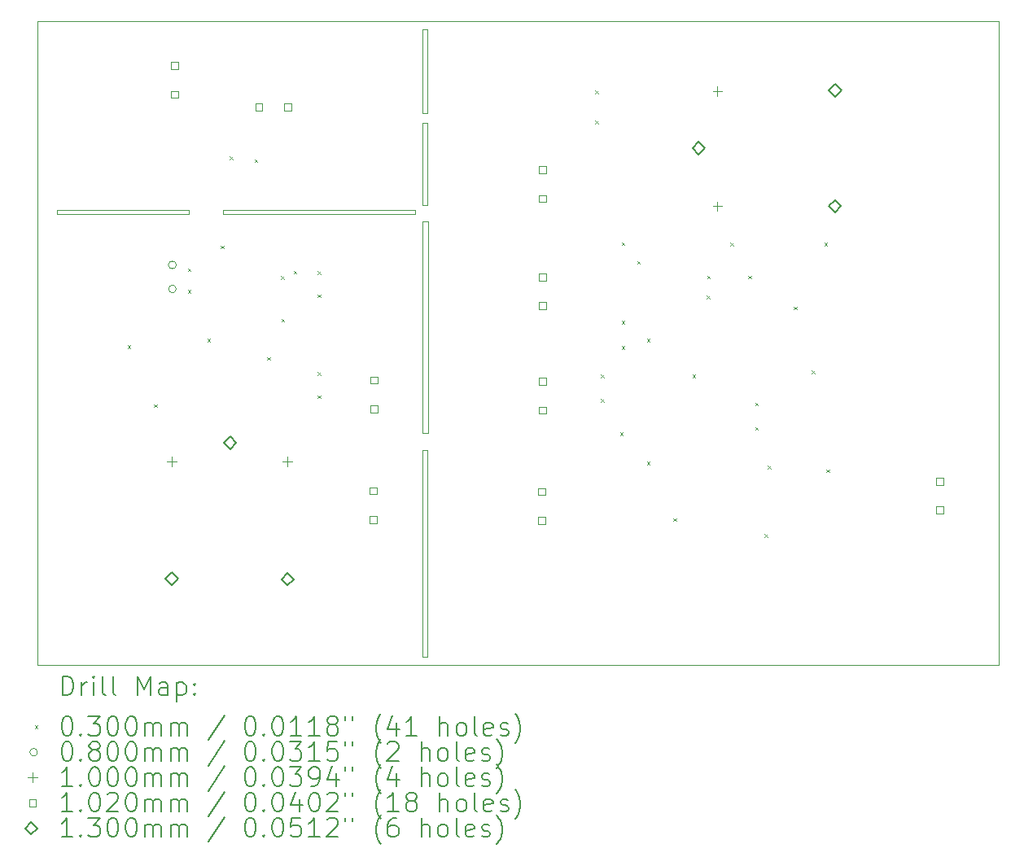
<source format=gbr>
%TF.GenerationSoftware,KiCad,Pcbnew,9.0.1*%
%TF.CreationDate,2025-11-10T14:14:14+08:00*%
%TF.ProjectId,IMD_TSMS_latch_logic,494d445f-5453-44d5-935f-6c617463685f,rev?*%
%TF.SameCoordinates,Original*%
%TF.FileFunction,Drillmap*%
%TF.FilePolarity,Positive*%
%FSLAX45Y45*%
G04 Gerber Fmt 4.5, Leading zero omitted, Abs format (unit mm)*
G04 Created by KiCad (PCBNEW 9.0.1) date 2025-11-10 14:14:14*
%MOMM*%
%LPD*%
G01*
G04 APERTURE LIST*
%ADD10C,0.050000*%
%ADD11C,0.200000*%
%ADD12C,0.100000*%
%ADD13C,0.102000*%
%ADD14C,0.130000*%
G04 APERTURE END LIST*
D10*
X9925000Y-8975000D02*
X11925000Y-8975000D01*
X11925000Y-9025000D01*
X9925000Y-9025000D01*
X9925000Y-8975000D01*
X8200000Y-8975000D02*
X9575000Y-8975000D01*
X9575000Y-9025000D01*
X8200000Y-9025000D01*
X8200000Y-8975000D01*
X12000000Y-11475000D02*
X12050000Y-11475000D01*
X12050000Y-13625000D01*
X12000000Y-13625000D01*
X12000000Y-11475000D01*
X8000000Y-7012000D02*
X18000000Y-7012000D01*
X18000000Y-13712000D01*
X8000000Y-13712000D01*
X8000000Y-7012000D01*
X12000000Y-9100000D02*
X12065040Y-9100000D01*
X12065040Y-11300000D01*
X12000000Y-11300000D01*
X12000000Y-9100000D01*
X12000000Y-8075000D02*
X12050000Y-8075000D01*
X12050000Y-8925000D01*
X12000000Y-8925000D01*
X12000000Y-8075000D01*
X12000000Y-7100000D02*
X12050000Y-7100000D01*
X12050000Y-7975000D01*
X12000000Y-7975000D01*
X12000000Y-7100000D01*
D11*
D12*
X8935000Y-10385000D02*
X8965000Y-10415000D01*
X8965000Y-10385000D02*
X8935000Y-10415000D01*
X9211250Y-11001250D02*
X9241250Y-11031250D01*
X9241250Y-11001250D02*
X9211250Y-11031250D01*
X9560000Y-9585000D02*
X9590000Y-9615000D01*
X9590000Y-9585000D02*
X9560000Y-9615000D01*
X9560000Y-9810000D02*
X9590000Y-9840000D01*
X9590000Y-9810000D02*
X9560000Y-9840000D01*
X9765500Y-10320000D02*
X9795500Y-10350000D01*
X9795500Y-10320000D02*
X9765500Y-10350000D01*
X9904000Y-9348000D02*
X9934000Y-9378000D01*
X9934000Y-9348000D02*
X9904000Y-9378000D01*
X9995000Y-8423500D02*
X10025000Y-8453500D01*
X10025000Y-8423500D02*
X9995000Y-8453500D01*
X10256750Y-8453250D02*
X10286750Y-8483250D01*
X10286750Y-8453250D02*
X10256750Y-8483250D01*
X10385000Y-10510000D02*
X10415000Y-10540000D01*
X10415000Y-10510000D02*
X10385000Y-10540000D01*
X10530000Y-9665000D02*
X10560000Y-9695000D01*
X10560000Y-9665000D02*
X10530000Y-9695000D01*
X10535000Y-10110000D02*
X10565000Y-10140000D01*
X10565000Y-10110000D02*
X10535000Y-10140000D01*
X10660000Y-9610000D02*
X10690000Y-9640000D01*
X10690000Y-9610000D02*
X10660000Y-9640000D01*
X10909310Y-9856560D02*
X10939310Y-9886560D01*
X10939310Y-9856560D02*
X10909310Y-9886560D01*
X10910000Y-9613440D02*
X10940000Y-9643440D01*
X10940000Y-9613440D02*
X10910000Y-9643440D01*
X10910000Y-10906560D02*
X10940000Y-10936560D01*
X10940000Y-10906560D02*
X10910000Y-10936560D01*
X10910690Y-10663440D02*
X10940690Y-10693440D01*
X10940690Y-10663440D02*
X10910690Y-10693440D01*
X13797500Y-7735000D02*
X13827500Y-7765000D01*
X13827500Y-7735000D02*
X13797500Y-7765000D01*
X13797500Y-8049000D02*
X13827500Y-8079000D01*
X13827500Y-8049000D02*
X13797500Y-8079000D01*
X13859000Y-10693000D02*
X13889000Y-10723000D01*
X13889000Y-10693000D02*
X13859000Y-10723000D01*
X13859000Y-10947000D02*
X13889000Y-10977000D01*
X13889000Y-10947000D02*
X13859000Y-10977000D01*
X14057750Y-11291750D02*
X14087750Y-11321750D01*
X14087750Y-11291750D02*
X14057750Y-11321750D01*
X14073000Y-10395000D02*
X14103000Y-10425000D01*
X14103000Y-10395000D02*
X14073000Y-10425000D01*
X14075250Y-9313250D02*
X14105250Y-9343250D01*
X14105250Y-9313250D02*
X14075250Y-9343250D01*
X14075250Y-10131750D02*
X14105250Y-10161750D01*
X14105250Y-10131750D02*
X14075250Y-10161750D01*
X14235000Y-9510000D02*
X14265000Y-9540000D01*
X14265000Y-9510000D02*
X14235000Y-9540000D01*
X14335500Y-10320000D02*
X14365500Y-10350000D01*
X14365500Y-10320000D02*
X14335500Y-10350000D01*
X14335500Y-11595000D02*
X14365500Y-11625000D01*
X14365500Y-11595000D02*
X14335500Y-11625000D01*
X14612860Y-12184620D02*
X14642860Y-12214620D01*
X14642860Y-12184620D02*
X14612860Y-12214620D01*
X14812000Y-10693000D02*
X14842000Y-10723000D01*
X14842000Y-10693000D02*
X14812000Y-10723000D01*
X14960500Y-9870000D02*
X14990500Y-9900000D01*
X14990500Y-9870000D02*
X14960500Y-9900000D01*
X14963000Y-9664000D02*
X14993000Y-9694000D01*
X14993000Y-9664000D02*
X14963000Y-9694000D01*
X15203560Y-9320690D02*
X15233560Y-9350690D01*
X15233560Y-9320690D02*
X15203560Y-9350690D01*
X15388000Y-9664000D02*
X15418000Y-9694000D01*
X15418000Y-9664000D02*
X15388000Y-9694000D01*
X15460500Y-10981500D02*
X15490500Y-11011500D01*
X15490500Y-10981500D02*
X15460500Y-11011500D01*
X15460500Y-11235500D02*
X15490500Y-11265500D01*
X15490500Y-11235500D02*
X15460500Y-11265500D01*
X15559010Y-12348450D02*
X15589010Y-12378450D01*
X15589010Y-12348450D02*
X15559010Y-12378450D01*
X15593300Y-11638520D02*
X15623300Y-11668520D01*
X15623300Y-11638520D02*
X15593300Y-11668520D01*
X15865000Y-9985000D02*
X15895000Y-10015000D01*
X15895000Y-9985000D02*
X15865000Y-10015000D01*
X16050750Y-10648250D02*
X16080750Y-10678250D01*
X16080750Y-10648250D02*
X16050750Y-10678250D01*
X16182060Y-9320690D02*
X16212060Y-9350690D01*
X16212060Y-9320690D02*
X16182060Y-9350690D01*
X16201480Y-11676620D02*
X16231480Y-11706620D01*
X16231480Y-11676620D02*
X16201480Y-11706620D01*
X9440000Y-9550000D02*
G75*
G02*
X9360000Y-9550000I-40000J0D01*
G01*
X9360000Y-9550000D02*
G75*
G02*
X9440000Y-9550000I40000J0D01*
G01*
X9440000Y-9800000D02*
G75*
G02*
X9360000Y-9800000I-40000J0D01*
G01*
X9360000Y-9800000D02*
G75*
G02*
X9440000Y-9800000I40000J0D01*
G01*
X9395000Y-11545000D02*
X9395000Y-11645000D01*
X9345000Y-11595000D02*
X9445000Y-11595000D01*
X10595000Y-11545000D02*
X10595000Y-11645000D01*
X10545000Y-11595000D02*
X10645000Y-11595000D01*
X15070500Y-7690000D02*
X15070500Y-7790000D01*
X15020500Y-7740000D02*
X15120500Y-7740000D01*
X15070500Y-8890000D02*
X15070500Y-8990000D01*
X15020500Y-8940000D02*
X15120500Y-8940000D01*
D13*
X9461063Y-7511063D02*
X9461063Y-7438937D01*
X9388937Y-7438937D01*
X9388937Y-7511063D01*
X9461063Y-7511063D01*
X9461063Y-7811063D02*
X9461063Y-7738937D01*
X9388937Y-7738937D01*
X9388937Y-7811063D01*
X9461063Y-7811063D01*
X10336063Y-7944563D02*
X10336063Y-7872437D01*
X10263937Y-7872437D01*
X10263937Y-7944563D01*
X10336063Y-7944563D01*
X10636063Y-7944563D02*
X10636063Y-7872437D01*
X10563937Y-7872437D01*
X10563937Y-7944563D01*
X10636063Y-7944563D01*
X11527563Y-11936063D02*
X11527563Y-11863937D01*
X11455437Y-11863937D01*
X11455437Y-11936063D01*
X11527563Y-11936063D01*
X11527563Y-12236063D02*
X11527563Y-12163937D01*
X11455437Y-12163937D01*
X11455437Y-12236063D01*
X11527563Y-12236063D01*
X11536063Y-10786063D02*
X11536063Y-10713937D01*
X11463937Y-10713937D01*
X11463937Y-10786063D01*
X11536063Y-10786063D01*
X11536063Y-11086063D02*
X11536063Y-11013937D01*
X11463937Y-11013937D01*
X11463937Y-11086063D01*
X11536063Y-11086063D01*
X13279623Y-11943583D02*
X13279623Y-11871457D01*
X13207497Y-11871457D01*
X13207497Y-11943583D01*
X13279623Y-11943583D01*
X13279623Y-12243583D02*
X13279623Y-12171457D01*
X13207497Y-12171457D01*
X13207497Y-12243583D01*
X13279623Y-12243583D01*
X13286063Y-9711063D02*
X13286063Y-9638937D01*
X13213937Y-9638937D01*
X13213937Y-9711063D01*
X13286063Y-9711063D01*
X13286063Y-10011063D02*
X13286063Y-9938937D01*
X13213937Y-9938937D01*
X13213937Y-10011063D01*
X13286063Y-10011063D01*
X13286563Y-8596063D02*
X13286563Y-8523937D01*
X13214437Y-8523937D01*
X13214437Y-8596063D01*
X13286563Y-8596063D01*
X13286563Y-8896063D02*
X13286563Y-8823937D01*
X13214437Y-8823937D01*
X13214437Y-8896063D01*
X13286563Y-8896063D01*
X13286563Y-10796063D02*
X13286563Y-10723937D01*
X13214437Y-10723937D01*
X13214437Y-10796063D01*
X13286563Y-10796063D01*
X13286563Y-11096063D02*
X13286563Y-11023937D01*
X13214437Y-11023937D01*
X13214437Y-11096063D01*
X13286563Y-11096063D01*
X17419823Y-11836623D02*
X17419823Y-11764497D01*
X17347697Y-11764497D01*
X17347697Y-11836623D01*
X17419823Y-11836623D01*
X17419823Y-12136623D02*
X17419823Y-12064497D01*
X17347697Y-12064497D01*
X17347697Y-12136623D01*
X17419823Y-12136623D01*
D14*
X9395000Y-12880000D02*
X9460000Y-12815000D01*
X9395000Y-12750000D01*
X9330000Y-12815000D01*
X9395000Y-12880000D01*
X10000000Y-11465000D02*
X10065000Y-11400000D01*
X10000000Y-11335000D01*
X9935000Y-11400000D01*
X10000000Y-11465000D01*
X10600000Y-12885000D02*
X10665000Y-12820000D01*
X10600000Y-12755000D01*
X10535000Y-12820000D01*
X10600000Y-12885000D01*
X14875500Y-8400000D02*
X14940500Y-8335000D01*
X14875500Y-8270000D01*
X14810500Y-8335000D01*
X14875500Y-8400000D01*
X16290500Y-9005000D02*
X16355500Y-8940000D01*
X16290500Y-8875000D01*
X16225500Y-8940000D01*
X16290500Y-9005000D01*
X16295500Y-7800000D02*
X16360500Y-7735000D01*
X16295500Y-7670000D01*
X16230500Y-7735000D01*
X16295500Y-7800000D01*
D11*
X8258277Y-14025984D02*
X8258277Y-13825984D01*
X8258277Y-13825984D02*
X8305896Y-13825984D01*
X8305896Y-13825984D02*
X8334467Y-13835508D01*
X8334467Y-13835508D02*
X8353515Y-13854555D01*
X8353515Y-13854555D02*
X8363039Y-13873603D01*
X8363039Y-13873603D02*
X8372562Y-13911698D01*
X8372562Y-13911698D02*
X8372562Y-13940269D01*
X8372562Y-13940269D02*
X8363039Y-13978365D01*
X8363039Y-13978365D02*
X8353515Y-13997412D01*
X8353515Y-13997412D02*
X8334467Y-14016460D01*
X8334467Y-14016460D02*
X8305896Y-14025984D01*
X8305896Y-14025984D02*
X8258277Y-14025984D01*
X8458277Y-14025984D02*
X8458277Y-13892650D01*
X8458277Y-13930746D02*
X8467801Y-13911698D01*
X8467801Y-13911698D02*
X8477324Y-13902174D01*
X8477324Y-13902174D02*
X8496372Y-13892650D01*
X8496372Y-13892650D02*
X8515420Y-13892650D01*
X8582086Y-14025984D02*
X8582086Y-13892650D01*
X8582086Y-13825984D02*
X8572563Y-13835508D01*
X8572563Y-13835508D02*
X8582086Y-13845031D01*
X8582086Y-13845031D02*
X8591610Y-13835508D01*
X8591610Y-13835508D02*
X8582086Y-13825984D01*
X8582086Y-13825984D02*
X8582086Y-13845031D01*
X8705896Y-14025984D02*
X8686848Y-14016460D01*
X8686848Y-14016460D02*
X8677324Y-13997412D01*
X8677324Y-13997412D02*
X8677324Y-13825984D01*
X8810658Y-14025984D02*
X8791610Y-14016460D01*
X8791610Y-14016460D02*
X8782086Y-13997412D01*
X8782086Y-13997412D02*
X8782086Y-13825984D01*
X9039229Y-14025984D02*
X9039229Y-13825984D01*
X9039229Y-13825984D02*
X9105896Y-13968841D01*
X9105896Y-13968841D02*
X9172563Y-13825984D01*
X9172563Y-13825984D02*
X9172563Y-14025984D01*
X9353515Y-14025984D02*
X9353515Y-13921222D01*
X9353515Y-13921222D02*
X9343991Y-13902174D01*
X9343991Y-13902174D02*
X9324944Y-13892650D01*
X9324944Y-13892650D02*
X9286848Y-13892650D01*
X9286848Y-13892650D02*
X9267801Y-13902174D01*
X9353515Y-14016460D02*
X9334467Y-14025984D01*
X9334467Y-14025984D02*
X9286848Y-14025984D01*
X9286848Y-14025984D02*
X9267801Y-14016460D01*
X9267801Y-14016460D02*
X9258277Y-13997412D01*
X9258277Y-13997412D02*
X9258277Y-13978365D01*
X9258277Y-13978365D02*
X9267801Y-13959317D01*
X9267801Y-13959317D02*
X9286848Y-13949793D01*
X9286848Y-13949793D02*
X9334467Y-13949793D01*
X9334467Y-13949793D02*
X9353515Y-13940269D01*
X9448753Y-13892650D02*
X9448753Y-14092650D01*
X9448753Y-13902174D02*
X9467801Y-13892650D01*
X9467801Y-13892650D02*
X9505896Y-13892650D01*
X9505896Y-13892650D02*
X9524944Y-13902174D01*
X9524944Y-13902174D02*
X9534467Y-13911698D01*
X9534467Y-13911698D02*
X9543991Y-13930746D01*
X9543991Y-13930746D02*
X9543991Y-13987888D01*
X9543991Y-13987888D02*
X9534467Y-14006936D01*
X9534467Y-14006936D02*
X9524944Y-14016460D01*
X9524944Y-14016460D02*
X9505896Y-14025984D01*
X9505896Y-14025984D02*
X9467801Y-14025984D01*
X9467801Y-14025984D02*
X9448753Y-14016460D01*
X9629705Y-14006936D02*
X9639229Y-14016460D01*
X9639229Y-14016460D02*
X9629705Y-14025984D01*
X9629705Y-14025984D02*
X9620182Y-14016460D01*
X9620182Y-14016460D02*
X9629705Y-14006936D01*
X9629705Y-14006936D02*
X9629705Y-14025984D01*
X9629705Y-13902174D02*
X9639229Y-13911698D01*
X9639229Y-13911698D02*
X9629705Y-13921222D01*
X9629705Y-13921222D02*
X9620182Y-13911698D01*
X9620182Y-13911698D02*
X9629705Y-13902174D01*
X9629705Y-13902174D02*
X9629705Y-13921222D01*
D12*
X7967500Y-14339500D02*
X7997500Y-14369500D01*
X7997500Y-14339500D02*
X7967500Y-14369500D01*
D11*
X8296372Y-14245984D02*
X8315420Y-14245984D01*
X8315420Y-14245984D02*
X8334467Y-14255508D01*
X8334467Y-14255508D02*
X8343991Y-14265031D01*
X8343991Y-14265031D02*
X8353515Y-14284079D01*
X8353515Y-14284079D02*
X8363039Y-14322174D01*
X8363039Y-14322174D02*
X8363039Y-14369793D01*
X8363039Y-14369793D02*
X8353515Y-14407888D01*
X8353515Y-14407888D02*
X8343991Y-14426936D01*
X8343991Y-14426936D02*
X8334467Y-14436460D01*
X8334467Y-14436460D02*
X8315420Y-14445984D01*
X8315420Y-14445984D02*
X8296372Y-14445984D01*
X8296372Y-14445984D02*
X8277324Y-14436460D01*
X8277324Y-14436460D02*
X8267801Y-14426936D01*
X8267801Y-14426936D02*
X8258277Y-14407888D01*
X8258277Y-14407888D02*
X8248753Y-14369793D01*
X8248753Y-14369793D02*
X8248753Y-14322174D01*
X8248753Y-14322174D02*
X8258277Y-14284079D01*
X8258277Y-14284079D02*
X8267801Y-14265031D01*
X8267801Y-14265031D02*
X8277324Y-14255508D01*
X8277324Y-14255508D02*
X8296372Y-14245984D01*
X8448753Y-14426936D02*
X8458277Y-14436460D01*
X8458277Y-14436460D02*
X8448753Y-14445984D01*
X8448753Y-14445984D02*
X8439229Y-14436460D01*
X8439229Y-14436460D02*
X8448753Y-14426936D01*
X8448753Y-14426936D02*
X8448753Y-14445984D01*
X8524944Y-14245984D02*
X8648753Y-14245984D01*
X8648753Y-14245984D02*
X8582086Y-14322174D01*
X8582086Y-14322174D02*
X8610658Y-14322174D01*
X8610658Y-14322174D02*
X8629705Y-14331698D01*
X8629705Y-14331698D02*
X8639229Y-14341222D01*
X8639229Y-14341222D02*
X8648753Y-14360269D01*
X8648753Y-14360269D02*
X8648753Y-14407888D01*
X8648753Y-14407888D02*
X8639229Y-14426936D01*
X8639229Y-14426936D02*
X8629705Y-14436460D01*
X8629705Y-14436460D02*
X8610658Y-14445984D01*
X8610658Y-14445984D02*
X8553515Y-14445984D01*
X8553515Y-14445984D02*
X8534467Y-14436460D01*
X8534467Y-14436460D02*
X8524944Y-14426936D01*
X8772563Y-14245984D02*
X8791610Y-14245984D01*
X8791610Y-14245984D02*
X8810658Y-14255508D01*
X8810658Y-14255508D02*
X8820182Y-14265031D01*
X8820182Y-14265031D02*
X8829705Y-14284079D01*
X8829705Y-14284079D02*
X8839229Y-14322174D01*
X8839229Y-14322174D02*
X8839229Y-14369793D01*
X8839229Y-14369793D02*
X8829705Y-14407888D01*
X8829705Y-14407888D02*
X8820182Y-14426936D01*
X8820182Y-14426936D02*
X8810658Y-14436460D01*
X8810658Y-14436460D02*
X8791610Y-14445984D01*
X8791610Y-14445984D02*
X8772563Y-14445984D01*
X8772563Y-14445984D02*
X8753515Y-14436460D01*
X8753515Y-14436460D02*
X8743991Y-14426936D01*
X8743991Y-14426936D02*
X8734467Y-14407888D01*
X8734467Y-14407888D02*
X8724944Y-14369793D01*
X8724944Y-14369793D02*
X8724944Y-14322174D01*
X8724944Y-14322174D02*
X8734467Y-14284079D01*
X8734467Y-14284079D02*
X8743991Y-14265031D01*
X8743991Y-14265031D02*
X8753515Y-14255508D01*
X8753515Y-14255508D02*
X8772563Y-14245984D01*
X8963039Y-14245984D02*
X8982086Y-14245984D01*
X8982086Y-14245984D02*
X9001134Y-14255508D01*
X9001134Y-14255508D02*
X9010658Y-14265031D01*
X9010658Y-14265031D02*
X9020182Y-14284079D01*
X9020182Y-14284079D02*
X9029705Y-14322174D01*
X9029705Y-14322174D02*
X9029705Y-14369793D01*
X9029705Y-14369793D02*
X9020182Y-14407888D01*
X9020182Y-14407888D02*
X9010658Y-14426936D01*
X9010658Y-14426936D02*
X9001134Y-14436460D01*
X9001134Y-14436460D02*
X8982086Y-14445984D01*
X8982086Y-14445984D02*
X8963039Y-14445984D01*
X8963039Y-14445984D02*
X8943991Y-14436460D01*
X8943991Y-14436460D02*
X8934467Y-14426936D01*
X8934467Y-14426936D02*
X8924944Y-14407888D01*
X8924944Y-14407888D02*
X8915420Y-14369793D01*
X8915420Y-14369793D02*
X8915420Y-14322174D01*
X8915420Y-14322174D02*
X8924944Y-14284079D01*
X8924944Y-14284079D02*
X8934467Y-14265031D01*
X8934467Y-14265031D02*
X8943991Y-14255508D01*
X8943991Y-14255508D02*
X8963039Y-14245984D01*
X9115420Y-14445984D02*
X9115420Y-14312650D01*
X9115420Y-14331698D02*
X9124944Y-14322174D01*
X9124944Y-14322174D02*
X9143991Y-14312650D01*
X9143991Y-14312650D02*
X9172563Y-14312650D01*
X9172563Y-14312650D02*
X9191610Y-14322174D01*
X9191610Y-14322174D02*
X9201134Y-14341222D01*
X9201134Y-14341222D02*
X9201134Y-14445984D01*
X9201134Y-14341222D02*
X9210658Y-14322174D01*
X9210658Y-14322174D02*
X9229705Y-14312650D01*
X9229705Y-14312650D02*
X9258277Y-14312650D01*
X9258277Y-14312650D02*
X9277325Y-14322174D01*
X9277325Y-14322174D02*
X9286848Y-14341222D01*
X9286848Y-14341222D02*
X9286848Y-14445984D01*
X9382086Y-14445984D02*
X9382086Y-14312650D01*
X9382086Y-14331698D02*
X9391610Y-14322174D01*
X9391610Y-14322174D02*
X9410658Y-14312650D01*
X9410658Y-14312650D02*
X9439229Y-14312650D01*
X9439229Y-14312650D02*
X9458277Y-14322174D01*
X9458277Y-14322174D02*
X9467801Y-14341222D01*
X9467801Y-14341222D02*
X9467801Y-14445984D01*
X9467801Y-14341222D02*
X9477325Y-14322174D01*
X9477325Y-14322174D02*
X9496372Y-14312650D01*
X9496372Y-14312650D02*
X9524944Y-14312650D01*
X9524944Y-14312650D02*
X9543991Y-14322174D01*
X9543991Y-14322174D02*
X9553515Y-14341222D01*
X9553515Y-14341222D02*
X9553515Y-14445984D01*
X9943991Y-14236460D02*
X9772563Y-14493603D01*
X10201134Y-14245984D02*
X10220182Y-14245984D01*
X10220182Y-14245984D02*
X10239229Y-14255508D01*
X10239229Y-14255508D02*
X10248753Y-14265031D01*
X10248753Y-14265031D02*
X10258277Y-14284079D01*
X10258277Y-14284079D02*
X10267801Y-14322174D01*
X10267801Y-14322174D02*
X10267801Y-14369793D01*
X10267801Y-14369793D02*
X10258277Y-14407888D01*
X10258277Y-14407888D02*
X10248753Y-14426936D01*
X10248753Y-14426936D02*
X10239229Y-14436460D01*
X10239229Y-14436460D02*
X10220182Y-14445984D01*
X10220182Y-14445984D02*
X10201134Y-14445984D01*
X10201134Y-14445984D02*
X10182087Y-14436460D01*
X10182087Y-14436460D02*
X10172563Y-14426936D01*
X10172563Y-14426936D02*
X10163039Y-14407888D01*
X10163039Y-14407888D02*
X10153515Y-14369793D01*
X10153515Y-14369793D02*
X10153515Y-14322174D01*
X10153515Y-14322174D02*
X10163039Y-14284079D01*
X10163039Y-14284079D02*
X10172563Y-14265031D01*
X10172563Y-14265031D02*
X10182087Y-14255508D01*
X10182087Y-14255508D02*
X10201134Y-14245984D01*
X10353515Y-14426936D02*
X10363039Y-14436460D01*
X10363039Y-14436460D02*
X10353515Y-14445984D01*
X10353515Y-14445984D02*
X10343991Y-14436460D01*
X10343991Y-14436460D02*
X10353515Y-14426936D01*
X10353515Y-14426936D02*
X10353515Y-14445984D01*
X10486848Y-14245984D02*
X10505896Y-14245984D01*
X10505896Y-14245984D02*
X10524944Y-14255508D01*
X10524944Y-14255508D02*
X10534468Y-14265031D01*
X10534468Y-14265031D02*
X10543991Y-14284079D01*
X10543991Y-14284079D02*
X10553515Y-14322174D01*
X10553515Y-14322174D02*
X10553515Y-14369793D01*
X10553515Y-14369793D02*
X10543991Y-14407888D01*
X10543991Y-14407888D02*
X10534468Y-14426936D01*
X10534468Y-14426936D02*
X10524944Y-14436460D01*
X10524944Y-14436460D02*
X10505896Y-14445984D01*
X10505896Y-14445984D02*
X10486848Y-14445984D01*
X10486848Y-14445984D02*
X10467801Y-14436460D01*
X10467801Y-14436460D02*
X10458277Y-14426936D01*
X10458277Y-14426936D02*
X10448753Y-14407888D01*
X10448753Y-14407888D02*
X10439229Y-14369793D01*
X10439229Y-14369793D02*
X10439229Y-14322174D01*
X10439229Y-14322174D02*
X10448753Y-14284079D01*
X10448753Y-14284079D02*
X10458277Y-14265031D01*
X10458277Y-14265031D02*
X10467801Y-14255508D01*
X10467801Y-14255508D02*
X10486848Y-14245984D01*
X10743991Y-14445984D02*
X10629706Y-14445984D01*
X10686848Y-14445984D02*
X10686848Y-14245984D01*
X10686848Y-14245984D02*
X10667801Y-14274555D01*
X10667801Y-14274555D02*
X10648753Y-14293603D01*
X10648753Y-14293603D02*
X10629706Y-14303127D01*
X10934468Y-14445984D02*
X10820182Y-14445984D01*
X10877325Y-14445984D02*
X10877325Y-14245984D01*
X10877325Y-14245984D02*
X10858277Y-14274555D01*
X10858277Y-14274555D02*
X10839229Y-14293603D01*
X10839229Y-14293603D02*
X10820182Y-14303127D01*
X11048753Y-14331698D02*
X11029706Y-14322174D01*
X11029706Y-14322174D02*
X11020182Y-14312650D01*
X11020182Y-14312650D02*
X11010658Y-14293603D01*
X11010658Y-14293603D02*
X11010658Y-14284079D01*
X11010658Y-14284079D02*
X11020182Y-14265031D01*
X11020182Y-14265031D02*
X11029706Y-14255508D01*
X11029706Y-14255508D02*
X11048753Y-14245984D01*
X11048753Y-14245984D02*
X11086849Y-14245984D01*
X11086849Y-14245984D02*
X11105896Y-14255508D01*
X11105896Y-14255508D02*
X11115420Y-14265031D01*
X11115420Y-14265031D02*
X11124944Y-14284079D01*
X11124944Y-14284079D02*
X11124944Y-14293603D01*
X11124944Y-14293603D02*
X11115420Y-14312650D01*
X11115420Y-14312650D02*
X11105896Y-14322174D01*
X11105896Y-14322174D02*
X11086849Y-14331698D01*
X11086849Y-14331698D02*
X11048753Y-14331698D01*
X11048753Y-14331698D02*
X11029706Y-14341222D01*
X11029706Y-14341222D02*
X11020182Y-14350746D01*
X11020182Y-14350746D02*
X11010658Y-14369793D01*
X11010658Y-14369793D02*
X11010658Y-14407888D01*
X11010658Y-14407888D02*
X11020182Y-14426936D01*
X11020182Y-14426936D02*
X11029706Y-14436460D01*
X11029706Y-14436460D02*
X11048753Y-14445984D01*
X11048753Y-14445984D02*
X11086849Y-14445984D01*
X11086849Y-14445984D02*
X11105896Y-14436460D01*
X11105896Y-14436460D02*
X11115420Y-14426936D01*
X11115420Y-14426936D02*
X11124944Y-14407888D01*
X11124944Y-14407888D02*
X11124944Y-14369793D01*
X11124944Y-14369793D02*
X11115420Y-14350746D01*
X11115420Y-14350746D02*
X11105896Y-14341222D01*
X11105896Y-14341222D02*
X11086849Y-14331698D01*
X11201134Y-14245984D02*
X11201134Y-14284079D01*
X11277325Y-14245984D02*
X11277325Y-14284079D01*
X11572563Y-14522174D02*
X11563039Y-14512650D01*
X11563039Y-14512650D02*
X11543991Y-14484079D01*
X11543991Y-14484079D02*
X11534468Y-14465031D01*
X11534468Y-14465031D02*
X11524944Y-14436460D01*
X11524944Y-14436460D02*
X11515420Y-14388841D01*
X11515420Y-14388841D02*
X11515420Y-14350746D01*
X11515420Y-14350746D02*
X11524944Y-14303127D01*
X11524944Y-14303127D02*
X11534468Y-14274555D01*
X11534468Y-14274555D02*
X11543991Y-14255508D01*
X11543991Y-14255508D02*
X11563039Y-14226936D01*
X11563039Y-14226936D02*
X11572563Y-14217412D01*
X11734468Y-14312650D02*
X11734468Y-14445984D01*
X11686848Y-14236460D02*
X11639229Y-14379317D01*
X11639229Y-14379317D02*
X11763039Y-14379317D01*
X11943991Y-14445984D02*
X11829706Y-14445984D01*
X11886848Y-14445984D02*
X11886848Y-14245984D01*
X11886848Y-14245984D02*
X11867801Y-14274555D01*
X11867801Y-14274555D02*
X11848753Y-14293603D01*
X11848753Y-14293603D02*
X11829706Y-14303127D01*
X12182087Y-14445984D02*
X12182087Y-14245984D01*
X12267801Y-14445984D02*
X12267801Y-14341222D01*
X12267801Y-14341222D02*
X12258277Y-14322174D01*
X12258277Y-14322174D02*
X12239230Y-14312650D01*
X12239230Y-14312650D02*
X12210658Y-14312650D01*
X12210658Y-14312650D02*
X12191610Y-14322174D01*
X12191610Y-14322174D02*
X12182087Y-14331698D01*
X12391610Y-14445984D02*
X12372563Y-14436460D01*
X12372563Y-14436460D02*
X12363039Y-14426936D01*
X12363039Y-14426936D02*
X12353515Y-14407888D01*
X12353515Y-14407888D02*
X12353515Y-14350746D01*
X12353515Y-14350746D02*
X12363039Y-14331698D01*
X12363039Y-14331698D02*
X12372563Y-14322174D01*
X12372563Y-14322174D02*
X12391610Y-14312650D01*
X12391610Y-14312650D02*
X12420182Y-14312650D01*
X12420182Y-14312650D02*
X12439230Y-14322174D01*
X12439230Y-14322174D02*
X12448753Y-14331698D01*
X12448753Y-14331698D02*
X12458277Y-14350746D01*
X12458277Y-14350746D02*
X12458277Y-14407888D01*
X12458277Y-14407888D02*
X12448753Y-14426936D01*
X12448753Y-14426936D02*
X12439230Y-14436460D01*
X12439230Y-14436460D02*
X12420182Y-14445984D01*
X12420182Y-14445984D02*
X12391610Y-14445984D01*
X12572563Y-14445984D02*
X12553515Y-14436460D01*
X12553515Y-14436460D02*
X12543991Y-14417412D01*
X12543991Y-14417412D02*
X12543991Y-14245984D01*
X12724944Y-14436460D02*
X12705896Y-14445984D01*
X12705896Y-14445984D02*
X12667801Y-14445984D01*
X12667801Y-14445984D02*
X12648753Y-14436460D01*
X12648753Y-14436460D02*
X12639230Y-14417412D01*
X12639230Y-14417412D02*
X12639230Y-14341222D01*
X12639230Y-14341222D02*
X12648753Y-14322174D01*
X12648753Y-14322174D02*
X12667801Y-14312650D01*
X12667801Y-14312650D02*
X12705896Y-14312650D01*
X12705896Y-14312650D02*
X12724944Y-14322174D01*
X12724944Y-14322174D02*
X12734468Y-14341222D01*
X12734468Y-14341222D02*
X12734468Y-14360269D01*
X12734468Y-14360269D02*
X12639230Y-14379317D01*
X12810658Y-14436460D02*
X12829706Y-14445984D01*
X12829706Y-14445984D02*
X12867801Y-14445984D01*
X12867801Y-14445984D02*
X12886849Y-14436460D01*
X12886849Y-14436460D02*
X12896372Y-14417412D01*
X12896372Y-14417412D02*
X12896372Y-14407888D01*
X12896372Y-14407888D02*
X12886849Y-14388841D01*
X12886849Y-14388841D02*
X12867801Y-14379317D01*
X12867801Y-14379317D02*
X12839230Y-14379317D01*
X12839230Y-14379317D02*
X12820182Y-14369793D01*
X12820182Y-14369793D02*
X12810658Y-14350746D01*
X12810658Y-14350746D02*
X12810658Y-14341222D01*
X12810658Y-14341222D02*
X12820182Y-14322174D01*
X12820182Y-14322174D02*
X12839230Y-14312650D01*
X12839230Y-14312650D02*
X12867801Y-14312650D01*
X12867801Y-14312650D02*
X12886849Y-14322174D01*
X12963039Y-14522174D02*
X12972563Y-14512650D01*
X12972563Y-14512650D02*
X12991611Y-14484079D01*
X12991611Y-14484079D02*
X13001134Y-14465031D01*
X13001134Y-14465031D02*
X13010658Y-14436460D01*
X13010658Y-14436460D02*
X13020182Y-14388841D01*
X13020182Y-14388841D02*
X13020182Y-14350746D01*
X13020182Y-14350746D02*
X13010658Y-14303127D01*
X13010658Y-14303127D02*
X13001134Y-14274555D01*
X13001134Y-14274555D02*
X12991611Y-14255508D01*
X12991611Y-14255508D02*
X12972563Y-14226936D01*
X12972563Y-14226936D02*
X12963039Y-14217412D01*
D12*
X7997500Y-14618500D02*
G75*
G02*
X7917500Y-14618500I-40000J0D01*
G01*
X7917500Y-14618500D02*
G75*
G02*
X7997500Y-14618500I40000J0D01*
G01*
D11*
X8296372Y-14509984D02*
X8315420Y-14509984D01*
X8315420Y-14509984D02*
X8334467Y-14519508D01*
X8334467Y-14519508D02*
X8343991Y-14529031D01*
X8343991Y-14529031D02*
X8353515Y-14548079D01*
X8353515Y-14548079D02*
X8363039Y-14586174D01*
X8363039Y-14586174D02*
X8363039Y-14633793D01*
X8363039Y-14633793D02*
X8353515Y-14671888D01*
X8353515Y-14671888D02*
X8343991Y-14690936D01*
X8343991Y-14690936D02*
X8334467Y-14700460D01*
X8334467Y-14700460D02*
X8315420Y-14709984D01*
X8315420Y-14709984D02*
X8296372Y-14709984D01*
X8296372Y-14709984D02*
X8277324Y-14700460D01*
X8277324Y-14700460D02*
X8267801Y-14690936D01*
X8267801Y-14690936D02*
X8258277Y-14671888D01*
X8258277Y-14671888D02*
X8248753Y-14633793D01*
X8248753Y-14633793D02*
X8248753Y-14586174D01*
X8248753Y-14586174D02*
X8258277Y-14548079D01*
X8258277Y-14548079D02*
X8267801Y-14529031D01*
X8267801Y-14529031D02*
X8277324Y-14519508D01*
X8277324Y-14519508D02*
X8296372Y-14509984D01*
X8448753Y-14690936D02*
X8458277Y-14700460D01*
X8458277Y-14700460D02*
X8448753Y-14709984D01*
X8448753Y-14709984D02*
X8439229Y-14700460D01*
X8439229Y-14700460D02*
X8448753Y-14690936D01*
X8448753Y-14690936D02*
X8448753Y-14709984D01*
X8572563Y-14595698D02*
X8553515Y-14586174D01*
X8553515Y-14586174D02*
X8543991Y-14576650D01*
X8543991Y-14576650D02*
X8534467Y-14557603D01*
X8534467Y-14557603D02*
X8534467Y-14548079D01*
X8534467Y-14548079D02*
X8543991Y-14529031D01*
X8543991Y-14529031D02*
X8553515Y-14519508D01*
X8553515Y-14519508D02*
X8572563Y-14509984D01*
X8572563Y-14509984D02*
X8610658Y-14509984D01*
X8610658Y-14509984D02*
X8629705Y-14519508D01*
X8629705Y-14519508D02*
X8639229Y-14529031D01*
X8639229Y-14529031D02*
X8648753Y-14548079D01*
X8648753Y-14548079D02*
X8648753Y-14557603D01*
X8648753Y-14557603D02*
X8639229Y-14576650D01*
X8639229Y-14576650D02*
X8629705Y-14586174D01*
X8629705Y-14586174D02*
X8610658Y-14595698D01*
X8610658Y-14595698D02*
X8572563Y-14595698D01*
X8572563Y-14595698D02*
X8553515Y-14605222D01*
X8553515Y-14605222D02*
X8543991Y-14614746D01*
X8543991Y-14614746D02*
X8534467Y-14633793D01*
X8534467Y-14633793D02*
X8534467Y-14671888D01*
X8534467Y-14671888D02*
X8543991Y-14690936D01*
X8543991Y-14690936D02*
X8553515Y-14700460D01*
X8553515Y-14700460D02*
X8572563Y-14709984D01*
X8572563Y-14709984D02*
X8610658Y-14709984D01*
X8610658Y-14709984D02*
X8629705Y-14700460D01*
X8629705Y-14700460D02*
X8639229Y-14690936D01*
X8639229Y-14690936D02*
X8648753Y-14671888D01*
X8648753Y-14671888D02*
X8648753Y-14633793D01*
X8648753Y-14633793D02*
X8639229Y-14614746D01*
X8639229Y-14614746D02*
X8629705Y-14605222D01*
X8629705Y-14605222D02*
X8610658Y-14595698D01*
X8772563Y-14509984D02*
X8791610Y-14509984D01*
X8791610Y-14509984D02*
X8810658Y-14519508D01*
X8810658Y-14519508D02*
X8820182Y-14529031D01*
X8820182Y-14529031D02*
X8829705Y-14548079D01*
X8829705Y-14548079D02*
X8839229Y-14586174D01*
X8839229Y-14586174D02*
X8839229Y-14633793D01*
X8839229Y-14633793D02*
X8829705Y-14671888D01*
X8829705Y-14671888D02*
X8820182Y-14690936D01*
X8820182Y-14690936D02*
X8810658Y-14700460D01*
X8810658Y-14700460D02*
X8791610Y-14709984D01*
X8791610Y-14709984D02*
X8772563Y-14709984D01*
X8772563Y-14709984D02*
X8753515Y-14700460D01*
X8753515Y-14700460D02*
X8743991Y-14690936D01*
X8743991Y-14690936D02*
X8734467Y-14671888D01*
X8734467Y-14671888D02*
X8724944Y-14633793D01*
X8724944Y-14633793D02*
X8724944Y-14586174D01*
X8724944Y-14586174D02*
X8734467Y-14548079D01*
X8734467Y-14548079D02*
X8743991Y-14529031D01*
X8743991Y-14529031D02*
X8753515Y-14519508D01*
X8753515Y-14519508D02*
X8772563Y-14509984D01*
X8963039Y-14509984D02*
X8982086Y-14509984D01*
X8982086Y-14509984D02*
X9001134Y-14519508D01*
X9001134Y-14519508D02*
X9010658Y-14529031D01*
X9010658Y-14529031D02*
X9020182Y-14548079D01*
X9020182Y-14548079D02*
X9029705Y-14586174D01*
X9029705Y-14586174D02*
X9029705Y-14633793D01*
X9029705Y-14633793D02*
X9020182Y-14671888D01*
X9020182Y-14671888D02*
X9010658Y-14690936D01*
X9010658Y-14690936D02*
X9001134Y-14700460D01*
X9001134Y-14700460D02*
X8982086Y-14709984D01*
X8982086Y-14709984D02*
X8963039Y-14709984D01*
X8963039Y-14709984D02*
X8943991Y-14700460D01*
X8943991Y-14700460D02*
X8934467Y-14690936D01*
X8934467Y-14690936D02*
X8924944Y-14671888D01*
X8924944Y-14671888D02*
X8915420Y-14633793D01*
X8915420Y-14633793D02*
X8915420Y-14586174D01*
X8915420Y-14586174D02*
X8924944Y-14548079D01*
X8924944Y-14548079D02*
X8934467Y-14529031D01*
X8934467Y-14529031D02*
X8943991Y-14519508D01*
X8943991Y-14519508D02*
X8963039Y-14509984D01*
X9115420Y-14709984D02*
X9115420Y-14576650D01*
X9115420Y-14595698D02*
X9124944Y-14586174D01*
X9124944Y-14586174D02*
X9143991Y-14576650D01*
X9143991Y-14576650D02*
X9172563Y-14576650D01*
X9172563Y-14576650D02*
X9191610Y-14586174D01*
X9191610Y-14586174D02*
X9201134Y-14605222D01*
X9201134Y-14605222D02*
X9201134Y-14709984D01*
X9201134Y-14605222D02*
X9210658Y-14586174D01*
X9210658Y-14586174D02*
X9229705Y-14576650D01*
X9229705Y-14576650D02*
X9258277Y-14576650D01*
X9258277Y-14576650D02*
X9277325Y-14586174D01*
X9277325Y-14586174D02*
X9286848Y-14605222D01*
X9286848Y-14605222D02*
X9286848Y-14709984D01*
X9382086Y-14709984D02*
X9382086Y-14576650D01*
X9382086Y-14595698D02*
X9391610Y-14586174D01*
X9391610Y-14586174D02*
X9410658Y-14576650D01*
X9410658Y-14576650D02*
X9439229Y-14576650D01*
X9439229Y-14576650D02*
X9458277Y-14586174D01*
X9458277Y-14586174D02*
X9467801Y-14605222D01*
X9467801Y-14605222D02*
X9467801Y-14709984D01*
X9467801Y-14605222D02*
X9477325Y-14586174D01*
X9477325Y-14586174D02*
X9496372Y-14576650D01*
X9496372Y-14576650D02*
X9524944Y-14576650D01*
X9524944Y-14576650D02*
X9543991Y-14586174D01*
X9543991Y-14586174D02*
X9553515Y-14605222D01*
X9553515Y-14605222D02*
X9553515Y-14709984D01*
X9943991Y-14500460D02*
X9772563Y-14757603D01*
X10201134Y-14509984D02*
X10220182Y-14509984D01*
X10220182Y-14509984D02*
X10239229Y-14519508D01*
X10239229Y-14519508D02*
X10248753Y-14529031D01*
X10248753Y-14529031D02*
X10258277Y-14548079D01*
X10258277Y-14548079D02*
X10267801Y-14586174D01*
X10267801Y-14586174D02*
X10267801Y-14633793D01*
X10267801Y-14633793D02*
X10258277Y-14671888D01*
X10258277Y-14671888D02*
X10248753Y-14690936D01*
X10248753Y-14690936D02*
X10239229Y-14700460D01*
X10239229Y-14700460D02*
X10220182Y-14709984D01*
X10220182Y-14709984D02*
X10201134Y-14709984D01*
X10201134Y-14709984D02*
X10182087Y-14700460D01*
X10182087Y-14700460D02*
X10172563Y-14690936D01*
X10172563Y-14690936D02*
X10163039Y-14671888D01*
X10163039Y-14671888D02*
X10153515Y-14633793D01*
X10153515Y-14633793D02*
X10153515Y-14586174D01*
X10153515Y-14586174D02*
X10163039Y-14548079D01*
X10163039Y-14548079D02*
X10172563Y-14529031D01*
X10172563Y-14529031D02*
X10182087Y-14519508D01*
X10182087Y-14519508D02*
X10201134Y-14509984D01*
X10353515Y-14690936D02*
X10363039Y-14700460D01*
X10363039Y-14700460D02*
X10353515Y-14709984D01*
X10353515Y-14709984D02*
X10343991Y-14700460D01*
X10343991Y-14700460D02*
X10353515Y-14690936D01*
X10353515Y-14690936D02*
X10353515Y-14709984D01*
X10486848Y-14509984D02*
X10505896Y-14509984D01*
X10505896Y-14509984D02*
X10524944Y-14519508D01*
X10524944Y-14519508D02*
X10534468Y-14529031D01*
X10534468Y-14529031D02*
X10543991Y-14548079D01*
X10543991Y-14548079D02*
X10553515Y-14586174D01*
X10553515Y-14586174D02*
X10553515Y-14633793D01*
X10553515Y-14633793D02*
X10543991Y-14671888D01*
X10543991Y-14671888D02*
X10534468Y-14690936D01*
X10534468Y-14690936D02*
X10524944Y-14700460D01*
X10524944Y-14700460D02*
X10505896Y-14709984D01*
X10505896Y-14709984D02*
X10486848Y-14709984D01*
X10486848Y-14709984D02*
X10467801Y-14700460D01*
X10467801Y-14700460D02*
X10458277Y-14690936D01*
X10458277Y-14690936D02*
X10448753Y-14671888D01*
X10448753Y-14671888D02*
X10439229Y-14633793D01*
X10439229Y-14633793D02*
X10439229Y-14586174D01*
X10439229Y-14586174D02*
X10448753Y-14548079D01*
X10448753Y-14548079D02*
X10458277Y-14529031D01*
X10458277Y-14529031D02*
X10467801Y-14519508D01*
X10467801Y-14519508D02*
X10486848Y-14509984D01*
X10620182Y-14509984D02*
X10743991Y-14509984D01*
X10743991Y-14509984D02*
X10677325Y-14586174D01*
X10677325Y-14586174D02*
X10705896Y-14586174D01*
X10705896Y-14586174D02*
X10724944Y-14595698D01*
X10724944Y-14595698D02*
X10734468Y-14605222D01*
X10734468Y-14605222D02*
X10743991Y-14624269D01*
X10743991Y-14624269D02*
X10743991Y-14671888D01*
X10743991Y-14671888D02*
X10734468Y-14690936D01*
X10734468Y-14690936D02*
X10724944Y-14700460D01*
X10724944Y-14700460D02*
X10705896Y-14709984D01*
X10705896Y-14709984D02*
X10648753Y-14709984D01*
X10648753Y-14709984D02*
X10629706Y-14700460D01*
X10629706Y-14700460D02*
X10620182Y-14690936D01*
X10934468Y-14709984D02*
X10820182Y-14709984D01*
X10877325Y-14709984D02*
X10877325Y-14509984D01*
X10877325Y-14509984D02*
X10858277Y-14538555D01*
X10858277Y-14538555D02*
X10839229Y-14557603D01*
X10839229Y-14557603D02*
X10820182Y-14567127D01*
X11115420Y-14509984D02*
X11020182Y-14509984D01*
X11020182Y-14509984D02*
X11010658Y-14605222D01*
X11010658Y-14605222D02*
X11020182Y-14595698D01*
X11020182Y-14595698D02*
X11039229Y-14586174D01*
X11039229Y-14586174D02*
X11086849Y-14586174D01*
X11086849Y-14586174D02*
X11105896Y-14595698D01*
X11105896Y-14595698D02*
X11115420Y-14605222D01*
X11115420Y-14605222D02*
X11124944Y-14624269D01*
X11124944Y-14624269D02*
X11124944Y-14671888D01*
X11124944Y-14671888D02*
X11115420Y-14690936D01*
X11115420Y-14690936D02*
X11105896Y-14700460D01*
X11105896Y-14700460D02*
X11086849Y-14709984D01*
X11086849Y-14709984D02*
X11039229Y-14709984D01*
X11039229Y-14709984D02*
X11020182Y-14700460D01*
X11020182Y-14700460D02*
X11010658Y-14690936D01*
X11201134Y-14509984D02*
X11201134Y-14548079D01*
X11277325Y-14509984D02*
X11277325Y-14548079D01*
X11572563Y-14786174D02*
X11563039Y-14776650D01*
X11563039Y-14776650D02*
X11543991Y-14748079D01*
X11543991Y-14748079D02*
X11534468Y-14729031D01*
X11534468Y-14729031D02*
X11524944Y-14700460D01*
X11524944Y-14700460D02*
X11515420Y-14652841D01*
X11515420Y-14652841D02*
X11515420Y-14614746D01*
X11515420Y-14614746D02*
X11524944Y-14567127D01*
X11524944Y-14567127D02*
X11534468Y-14538555D01*
X11534468Y-14538555D02*
X11543991Y-14519508D01*
X11543991Y-14519508D02*
X11563039Y-14490936D01*
X11563039Y-14490936D02*
X11572563Y-14481412D01*
X11639229Y-14529031D02*
X11648753Y-14519508D01*
X11648753Y-14519508D02*
X11667801Y-14509984D01*
X11667801Y-14509984D02*
X11715420Y-14509984D01*
X11715420Y-14509984D02*
X11734468Y-14519508D01*
X11734468Y-14519508D02*
X11743991Y-14529031D01*
X11743991Y-14529031D02*
X11753515Y-14548079D01*
X11753515Y-14548079D02*
X11753515Y-14567127D01*
X11753515Y-14567127D02*
X11743991Y-14595698D01*
X11743991Y-14595698D02*
X11629706Y-14709984D01*
X11629706Y-14709984D02*
X11753515Y-14709984D01*
X11991610Y-14709984D02*
X11991610Y-14509984D01*
X12077325Y-14709984D02*
X12077325Y-14605222D01*
X12077325Y-14605222D02*
X12067801Y-14586174D01*
X12067801Y-14586174D02*
X12048753Y-14576650D01*
X12048753Y-14576650D02*
X12020182Y-14576650D01*
X12020182Y-14576650D02*
X12001134Y-14586174D01*
X12001134Y-14586174D02*
X11991610Y-14595698D01*
X12201134Y-14709984D02*
X12182087Y-14700460D01*
X12182087Y-14700460D02*
X12172563Y-14690936D01*
X12172563Y-14690936D02*
X12163039Y-14671888D01*
X12163039Y-14671888D02*
X12163039Y-14614746D01*
X12163039Y-14614746D02*
X12172563Y-14595698D01*
X12172563Y-14595698D02*
X12182087Y-14586174D01*
X12182087Y-14586174D02*
X12201134Y-14576650D01*
X12201134Y-14576650D02*
X12229706Y-14576650D01*
X12229706Y-14576650D02*
X12248753Y-14586174D01*
X12248753Y-14586174D02*
X12258277Y-14595698D01*
X12258277Y-14595698D02*
X12267801Y-14614746D01*
X12267801Y-14614746D02*
X12267801Y-14671888D01*
X12267801Y-14671888D02*
X12258277Y-14690936D01*
X12258277Y-14690936D02*
X12248753Y-14700460D01*
X12248753Y-14700460D02*
X12229706Y-14709984D01*
X12229706Y-14709984D02*
X12201134Y-14709984D01*
X12382087Y-14709984D02*
X12363039Y-14700460D01*
X12363039Y-14700460D02*
X12353515Y-14681412D01*
X12353515Y-14681412D02*
X12353515Y-14509984D01*
X12534468Y-14700460D02*
X12515420Y-14709984D01*
X12515420Y-14709984D02*
X12477325Y-14709984D01*
X12477325Y-14709984D02*
X12458277Y-14700460D01*
X12458277Y-14700460D02*
X12448753Y-14681412D01*
X12448753Y-14681412D02*
X12448753Y-14605222D01*
X12448753Y-14605222D02*
X12458277Y-14586174D01*
X12458277Y-14586174D02*
X12477325Y-14576650D01*
X12477325Y-14576650D02*
X12515420Y-14576650D01*
X12515420Y-14576650D02*
X12534468Y-14586174D01*
X12534468Y-14586174D02*
X12543991Y-14605222D01*
X12543991Y-14605222D02*
X12543991Y-14624269D01*
X12543991Y-14624269D02*
X12448753Y-14643317D01*
X12620182Y-14700460D02*
X12639230Y-14709984D01*
X12639230Y-14709984D02*
X12677325Y-14709984D01*
X12677325Y-14709984D02*
X12696372Y-14700460D01*
X12696372Y-14700460D02*
X12705896Y-14681412D01*
X12705896Y-14681412D02*
X12705896Y-14671888D01*
X12705896Y-14671888D02*
X12696372Y-14652841D01*
X12696372Y-14652841D02*
X12677325Y-14643317D01*
X12677325Y-14643317D02*
X12648753Y-14643317D01*
X12648753Y-14643317D02*
X12629706Y-14633793D01*
X12629706Y-14633793D02*
X12620182Y-14614746D01*
X12620182Y-14614746D02*
X12620182Y-14605222D01*
X12620182Y-14605222D02*
X12629706Y-14586174D01*
X12629706Y-14586174D02*
X12648753Y-14576650D01*
X12648753Y-14576650D02*
X12677325Y-14576650D01*
X12677325Y-14576650D02*
X12696372Y-14586174D01*
X12772563Y-14786174D02*
X12782087Y-14776650D01*
X12782087Y-14776650D02*
X12801134Y-14748079D01*
X12801134Y-14748079D02*
X12810658Y-14729031D01*
X12810658Y-14729031D02*
X12820182Y-14700460D01*
X12820182Y-14700460D02*
X12829706Y-14652841D01*
X12829706Y-14652841D02*
X12829706Y-14614746D01*
X12829706Y-14614746D02*
X12820182Y-14567127D01*
X12820182Y-14567127D02*
X12810658Y-14538555D01*
X12810658Y-14538555D02*
X12801134Y-14519508D01*
X12801134Y-14519508D02*
X12782087Y-14490936D01*
X12782087Y-14490936D02*
X12772563Y-14481412D01*
D12*
X7947500Y-14832500D02*
X7947500Y-14932500D01*
X7897500Y-14882500D02*
X7997500Y-14882500D01*
D11*
X8363039Y-14973984D02*
X8248753Y-14973984D01*
X8305896Y-14973984D02*
X8305896Y-14773984D01*
X8305896Y-14773984D02*
X8286848Y-14802555D01*
X8286848Y-14802555D02*
X8267801Y-14821603D01*
X8267801Y-14821603D02*
X8248753Y-14831127D01*
X8448753Y-14954936D02*
X8458277Y-14964460D01*
X8458277Y-14964460D02*
X8448753Y-14973984D01*
X8448753Y-14973984D02*
X8439229Y-14964460D01*
X8439229Y-14964460D02*
X8448753Y-14954936D01*
X8448753Y-14954936D02*
X8448753Y-14973984D01*
X8582086Y-14773984D02*
X8601134Y-14773984D01*
X8601134Y-14773984D02*
X8620182Y-14783508D01*
X8620182Y-14783508D02*
X8629705Y-14793031D01*
X8629705Y-14793031D02*
X8639229Y-14812079D01*
X8639229Y-14812079D02*
X8648753Y-14850174D01*
X8648753Y-14850174D02*
X8648753Y-14897793D01*
X8648753Y-14897793D02*
X8639229Y-14935888D01*
X8639229Y-14935888D02*
X8629705Y-14954936D01*
X8629705Y-14954936D02*
X8620182Y-14964460D01*
X8620182Y-14964460D02*
X8601134Y-14973984D01*
X8601134Y-14973984D02*
X8582086Y-14973984D01*
X8582086Y-14973984D02*
X8563039Y-14964460D01*
X8563039Y-14964460D02*
X8553515Y-14954936D01*
X8553515Y-14954936D02*
X8543991Y-14935888D01*
X8543991Y-14935888D02*
X8534467Y-14897793D01*
X8534467Y-14897793D02*
X8534467Y-14850174D01*
X8534467Y-14850174D02*
X8543991Y-14812079D01*
X8543991Y-14812079D02*
X8553515Y-14793031D01*
X8553515Y-14793031D02*
X8563039Y-14783508D01*
X8563039Y-14783508D02*
X8582086Y-14773984D01*
X8772563Y-14773984D02*
X8791610Y-14773984D01*
X8791610Y-14773984D02*
X8810658Y-14783508D01*
X8810658Y-14783508D02*
X8820182Y-14793031D01*
X8820182Y-14793031D02*
X8829705Y-14812079D01*
X8829705Y-14812079D02*
X8839229Y-14850174D01*
X8839229Y-14850174D02*
X8839229Y-14897793D01*
X8839229Y-14897793D02*
X8829705Y-14935888D01*
X8829705Y-14935888D02*
X8820182Y-14954936D01*
X8820182Y-14954936D02*
X8810658Y-14964460D01*
X8810658Y-14964460D02*
X8791610Y-14973984D01*
X8791610Y-14973984D02*
X8772563Y-14973984D01*
X8772563Y-14973984D02*
X8753515Y-14964460D01*
X8753515Y-14964460D02*
X8743991Y-14954936D01*
X8743991Y-14954936D02*
X8734467Y-14935888D01*
X8734467Y-14935888D02*
X8724944Y-14897793D01*
X8724944Y-14897793D02*
X8724944Y-14850174D01*
X8724944Y-14850174D02*
X8734467Y-14812079D01*
X8734467Y-14812079D02*
X8743991Y-14793031D01*
X8743991Y-14793031D02*
X8753515Y-14783508D01*
X8753515Y-14783508D02*
X8772563Y-14773984D01*
X8963039Y-14773984D02*
X8982086Y-14773984D01*
X8982086Y-14773984D02*
X9001134Y-14783508D01*
X9001134Y-14783508D02*
X9010658Y-14793031D01*
X9010658Y-14793031D02*
X9020182Y-14812079D01*
X9020182Y-14812079D02*
X9029705Y-14850174D01*
X9029705Y-14850174D02*
X9029705Y-14897793D01*
X9029705Y-14897793D02*
X9020182Y-14935888D01*
X9020182Y-14935888D02*
X9010658Y-14954936D01*
X9010658Y-14954936D02*
X9001134Y-14964460D01*
X9001134Y-14964460D02*
X8982086Y-14973984D01*
X8982086Y-14973984D02*
X8963039Y-14973984D01*
X8963039Y-14973984D02*
X8943991Y-14964460D01*
X8943991Y-14964460D02*
X8934467Y-14954936D01*
X8934467Y-14954936D02*
X8924944Y-14935888D01*
X8924944Y-14935888D02*
X8915420Y-14897793D01*
X8915420Y-14897793D02*
X8915420Y-14850174D01*
X8915420Y-14850174D02*
X8924944Y-14812079D01*
X8924944Y-14812079D02*
X8934467Y-14793031D01*
X8934467Y-14793031D02*
X8943991Y-14783508D01*
X8943991Y-14783508D02*
X8963039Y-14773984D01*
X9115420Y-14973984D02*
X9115420Y-14840650D01*
X9115420Y-14859698D02*
X9124944Y-14850174D01*
X9124944Y-14850174D02*
X9143991Y-14840650D01*
X9143991Y-14840650D02*
X9172563Y-14840650D01*
X9172563Y-14840650D02*
X9191610Y-14850174D01*
X9191610Y-14850174D02*
X9201134Y-14869222D01*
X9201134Y-14869222D02*
X9201134Y-14973984D01*
X9201134Y-14869222D02*
X9210658Y-14850174D01*
X9210658Y-14850174D02*
X9229705Y-14840650D01*
X9229705Y-14840650D02*
X9258277Y-14840650D01*
X9258277Y-14840650D02*
X9277325Y-14850174D01*
X9277325Y-14850174D02*
X9286848Y-14869222D01*
X9286848Y-14869222D02*
X9286848Y-14973984D01*
X9382086Y-14973984D02*
X9382086Y-14840650D01*
X9382086Y-14859698D02*
X9391610Y-14850174D01*
X9391610Y-14850174D02*
X9410658Y-14840650D01*
X9410658Y-14840650D02*
X9439229Y-14840650D01*
X9439229Y-14840650D02*
X9458277Y-14850174D01*
X9458277Y-14850174D02*
X9467801Y-14869222D01*
X9467801Y-14869222D02*
X9467801Y-14973984D01*
X9467801Y-14869222D02*
X9477325Y-14850174D01*
X9477325Y-14850174D02*
X9496372Y-14840650D01*
X9496372Y-14840650D02*
X9524944Y-14840650D01*
X9524944Y-14840650D02*
X9543991Y-14850174D01*
X9543991Y-14850174D02*
X9553515Y-14869222D01*
X9553515Y-14869222D02*
X9553515Y-14973984D01*
X9943991Y-14764460D02*
X9772563Y-15021603D01*
X10201134Y-14773984D02*
X10220182Y-14773984D01*
X10220182Y-14773984D02*
X10239229Y-14783508D01*
X10239229Y-14783508D02*
X10248753Y-14793031D01*
X10248753Y-14793031D02*
X10258277Y-14812079D01*
X10258277Y-14812079D02*
X10267801Y-14850174D01*
X10267801Y-14850174D02*
X10267801Y-14897793D01*
X10267801Y-14897793D02*
X10258277Y-14935888D01*
X10258277Y-14935888D02*
X10248753Y-14954936D01*
X10248753Y-14954936D02*
X10239229Y-14964460D01*
X10239229Y-14964460D02*
X10220182Y-14973984D01*
X10220182Y-14973984D02*
X10201134Y-14973984D01*
X10201134Y-14973984D02*
X10182087Y-14964460D01*
X10182087Y-14964460D02*
X10172563Y-14954936D01*
X10172563Y-14954936D02*
X10163039Y-14935888D01*
X10163039Y-14935888D02*
X10153515Y-14897793D01*
X10153515Y-14897793D02*
X10153515Y-14850174D01*
X10153515Y-14850174D02*
X10163039Y-14812079D01*
X10163039Y-14812079D02*
X10172563Y-14793031D01*
X10172563Y-14793031D02*
X10182087Y-14783508D01*
X10182087Y-14783508D02*
X10201134Y-14773984D01*
X10353515Y-14954936D02*
X10363039Y-14964460D01*
X10363039Y-14964460D02*
X10353515Y-14973984D01*
X10353515Y-14973984D02*
X10343991Y-14964460D01*
X10343991Y-14964460D02*
X10353515Y-14954936D01*
X10353515Y-14954936D02*
X10353515Y-14973984D01*
X10486848Y-14773984D02*
X10505896Y-14773984D01*
X10505896Y-14773984D02*
X10524944Y-14783508D01*
X10524944Y-14783508D02*
X10534468Y-14793031D01*
X10534468Y-14793031D02*
X10543991Y-14812079D01*
X10543991Y-14812079D02*
X10553515Y-14850174D01*
X10553515Y-14850174D02*
X10553515Y-14897793D01*
X10553515Y-14897793D02*
X10543991Y-14935888D01*
X10543991Y-14935888D02*
X10534468Y-14954936D01*
X10534468Y-14954936D02*
X10524944Y-14964460D01*
X10524944Y-14964460D02*
X10505896Y-14973984D01*
X10505896Y-14973984D02*
X10486848Y-14973984D01*
X10486848Y-14973984D02*
X10467801Y-14964460D01*
X10467801Y-14964460D02*
X10458277Y-14954936D01*
X10458277Y-14954936D02*
X10448753Y-14935888D01*
X10448753Y-14935888D02*
X10439229Y-14897793D01*
X10439229Y-14897793D02*
X10439229Y-14850174D01*
X10439229Y-14850174D02*
X10448753Y-14812079D01*
X10448753Y-14812079D02*
X10458277Y-14793031D01*
X10458277Y-14793031D02*
X10467801Y-14783508D01*
X10467801Y-14783508D02*
X10486848Y-14773984D01*
X10620182Y-14773984D02*
X10743991Y-14773984D01*
X10743991Y-14773984D02*
X10677325Y-14850174D01*
X10677325Y-14850174D02*
X10705896Y-14850174D01*
X10705896Y-14850174D02*
X10724944Y-14859698D01*
X10724944Y-14859698D02*
X10734468Y-14869222D01*
X10734468Y-14869222D02*
X10743991Y-14888269D01*
X10743991Y-14888269D02*
X10743991Y-14935888D01*
X10743991Y-14935888D02*
X10734468Y-14954936D01*
X10734468Y-14954936D02*
X10724944Y-14964460D01*
X10724944Y-14964460D02*
X10705896Y-14973984D01*
X10705896Y-14973984D02*
X10648753Y-14973984D01*
X10648753Y-14973984D02*
X10629706Y-14964460D01*
X10629706Y-14964460D02*
X10620182Y-14954936D01*
X10839229Y-14973984D02*
X10877325Y-14973984D01*
X10877325Y-14973984D02*
X10896372Y-14964460D01*
X10896372Y-14964460D02*
X10905896Y-14954936D01*
X10905896Y-14954936D02*
X10924944Y-14926365D01*
X10924944Y-14926365D02*
X10934468Y-14888269D01*
X10934468Y-14888269D02*
X10934468Y-14812079D01*
X10934468Y-14812079D02*
X10924944Y-14793031D01*
X10924944Y-14793031D02*
X10915420Y-14783508D01*
X10915420Y-14783508D02*
X10896372Y-14773984D01*
X10896372Y-14773984D02*
X10858277Y-14773984D01*
X10858277Y-14773984D02*
X10839229Y-14783508D01*
X10839229Y-14783508D02*
X10829706Y-14793031D01*
X10829706Y-14793031D02*
X10820182Y-14812079D01*
X10820182Y-14812079D02*
X10820182Y-14859698D01*
X10820182Y-14859698D02*
X10829706Y-14878746D01*
X10829706Y-14878746D02*
X10839229Y-14888269D01*
X10839229Y-14888269D02*
X10858277Y-14897793D01*
X10858277Y-14897793D02*
X10896372Y-14897793D01*
X10896372Y-14897793D02*
X10915420Y-14888269D01*
X10915420Y-14888269D02*
X10924944Y-14878746D01*
X10924944Y-14878746D02*
X10934468Y-14859698D01*
X11105896Y-14840650D02*
X11105896Y-14973984D01*
X11058277Y-14764460D02*
X11010658Y-14907317D01*
X11010658Y-14907317D02*
X11134468Y-14907317D01*
X11201134Y-14773984D02*
X11201134Y-14812079D01*
X11277325Y-14773984D02*
X11277325Y-14812079D01*
X11572563Y-15050174D02*
X11563039Y-15040650D01*
X11563039Y-15040650D02*
X11543991Y-15012079D01*
X11543991Y-15012079D02*
X11534468Y-14993031D01*
X11534468Y-14993031D02*
X11524944Y-14964460D01*
X11524944Y-14964460D02*
X11515420Y-14916841D01*
X11515420Y-14916841D02*
X11515420Y-14878746D01*
X11515420Y-14878746D02*
X11524944Y-14831127D01*
X11524944Y-14831127D02*
X11534468Y-14802555D01*
X11534468Y-14802555D02*
X11543991Y-14783508D01*
X11543991Y-14783508D02*
X11563039Y-14754936D01*
X11563039Y-14754936D02*
X11572563Y-14745412D01*
X11734468Y-14840650D02*
X11734468Y-14973984D01*
X11686848Y-14764460D02*
X11639229Y-14907317D01*
X11639229Y-14907317D02*
X11763039Y-14907317D01*
X11991610Y-14973984D02*
X11991610Y-14773984D01*
X12077325Y-14973984D02*
X12077325Y-14869222D01*
X12077325Y-14869222D02*
X12067801Y-14850174D01*
X12067801Y-14850174D02*
X12048753Y-14840650D01*
X12048753Y-14840650D02*
X12020182Y-14840650D01*
X12020182Y-14840650D02*
X12001134Y-14850174D01*
X12001134Y-14850174D02*
X11991610Y-14859698D01*
X12201134Y-14973984D02*
X12182087Y-14964460D01*
X12182087Y-14964460D02*
X12172563Y-14954936D01*
X12172563Y-14954936D02*
X12163039Y-14935888D01*
X12163039Y-14935888D02*
X12163039Y-14878746D01*
X12163039Y-14878746D02*
X12172563Y-14859698D01*
X12172563Y-14859698D02*
X12182087Y-14850174D01*
X12182087Y-14850174D02*
X12201134Y-14840650D01*
X12201134Y-14840650D02*
X12229706Y-14840650D01*
X12229706Y-14840650D02*
X12248753Y-14850174D01*
X12248753Y-14850174D02*
X12258277Y-14859698D01*
X12258277Y-14859698D02*
X12267801Y-14878746D01*
X12267801Y-14878746D02*
X12267801Y-14935888D01*
X12267801Y-14935888D02*
X12258277Y-14954936D01*
X12258277Y-14954936D02*
X12248753Y-14964460D01*
X12248753Y-14964460D02*
X12229706Y-14973984D01*
X12229706Y-14973984D02*
X12201134Y-14973984D01*
X12382087Y-14973984D02*
X12363039Y-14964460D01*
X12363039Y-14964460D02*
X12353515Y-14945412D01*
X12353515Y-14945412D02*
X12353515Y-14773984D01*
X12534468Y-14964460D02*
X12515420Y-14973984D01*
X12515420Y-14973984D02*
X12477325Y-14973984D01*
X12477325Y-14973984D02*
X12458277Y-14964460D01*
X12458277Y-14964460D02*
X12448753Y-14945412D01*
X12448753Y-14945412D02*
X12448753Y-14869222D01*
X12448753Y-14869222D02*
X12458277Y-14850174D01*
X12458277Y-14850174D02*
X12477325Y-14840650D01*
X12477325Y-14840650D02*
X12515420Y-14840650D01*
X12515420Y-14840650D02*
X12534468Y-14850174D01*
X12534468Y-14850174D02*
X12543991Y-14869222D01*
X12543991Y-14869222D02*
X12543991Y-14888269D01*
X12543991Y-14888269D02*
X12448753Y-14907317D01*
X12620182Y-14964460D02*
X12639230Y-14973984D01*
X12639230Y-14973984D02*
X12677325Y-14973984D01*
X12677325Y-14973984D02*
X12696372Y-14964460D01*
X12696372Y-14964460D02*
X12705896Y-14945412D01*
X12705896Y-14945412D02*
X12705896Y-14935888D01*
X12705896Y-14935888D02*
X12696372Y-14916841D01*
X12696372Y-14916841D02*
X12677325Y-14907317D01*
X12677325Y-14907317D02*
X12648753Y-14907317D01*
X12648753Y-14907317D02*
X12629706Y-14897793D01*
X12629706Y-14897793D02*
X12620182Y-14878746D01*
X12620182Y-14878746D02*
X12620182Y-14869222D01*
X12620182Y-14869222D02*
X12629706Y-14850174D01*
X12629706Y-14850174D02*
X12648753Y-14840650D01*
X12648753Y-14840650D02*
X12677325Y-14840650D01*
X12677325Y-14840650D02*
X12696372Y-14850174D01*
X12772563Y-15050174D02*
X12782087Y-15040650D01*
X12782087Y-15040650D02*
X12801134Y-15012079D01*
X12801134Y-15012079D02*
X12810658Y-14993031D01*
X12810658Y-14993031D02*
X12820182Y-14964460D01*
X12820182Y-14964460D02*
X12829706Y-14916841D01*
X12829706Y-14916841D02*
X12829706Y-14878746D01*
X12829706Y-14878746D02*
X12820182Y-14831127D01*
X12820182Y-14831127D02*
X12810658Y-14802555D01*
X12810658Y-14802555D02*
X12801134Y-14783508D01*
X12801134Y-14783508D02*
X12782087Y-14754936D01*
X12782087Y-14754936D02*
X12772563Y-14745412D01*
D13*
X7982563Y-15182563D02*
X7982563Y-15110437D01*
X7910437Y-15110437D01*
X7910437Y-15182563D01*
X7982563Y-15182563D01*
D11*
X8363039Y-15237984D02*
X8248753Y-15237984D01*
X8305896Y-15237984D02*
X8305896Y-15037984D01*
X8305896Y-15037984D02*
X8286848Y-15066555D01*
X8286848Y-15066555D02*
X8267801Y-15085603D01*
X8267801Y-15085603D02*
X8248753Y-15095127D01*
X8448753Y-15218936D02*
X8458277Y-15228460D01*
X8458277Y-15228460D02*
X8448753Y-15237984D01*
X8448753Y-15237984D02*
X8439229Y-15228460D01*
X8439229Y-15228460D02*
X8448753Y-15218936D01*
X8448753Y-15218936D02*
X8448753Y-15237984D01*
X8582086Y-15037984D02*
X8601134Y-15037984D01*
X8601134Y-15037984D02*
X8620182Y-15047508D01*
X8620182Y-15047508D02*
X8629705Y-15057031D01*
X8629705Y-15057031D02*
X8639229Y-15076079D01*
X8639229Y-15076079D02*
X8648753Y-15114174D01*
X8648753Y-15114174D02*
X8648753Y-15161793D01*
X8648753Y-15161793D02*
X8639229Y-15199888D01*
X8639229Y-15199888D02*
X8629705Y-15218936D01*
X8629705Y-15218936D02*
X8620182Y-15228460D01*
X8620182Y-15228460D02*
X8601134Y-15237984D01*
X8601134Y-15237984D02*
X8582086Y-15237984D01*
X8582086Y-15237984D02*
X8563039Y-15228460D01*
X8563039Y-15228460D02*
X8553515Y-15218936D01*
X8553515Y-15218936D02*
X8543991Y-15199888D01*
X8543991Y-15199888D02*
X8534467Y-15161793D01*
X8534467Y-15161793D02*
X8534467Y-15114174D01*
X8534467Y-15114174D02*
X8543991Y-15076079D01*
X8543991Y-15076079D02*
X8553515Y-15057031D01*
X8553515Y-15057031D02*
X8563039Y-15047508D01*
X8563039Y-15047508D02*
X8582086Y-15037984D01*
X8724944Y-15057031D02*
X8734467Y-15047508D01*
X8734467Y-15047508D02*
X8753515Y-15037984D01*
X8753515Y-15037984D02*
X8801134Y-15037984D01*
X8801134Y-15037984D02*
X8820182Y-15047508D01*
X8820182Y-15047508D02*
X8829705Y-15057031D01*
X8829705Y-15057031D02*
X8839229Y-15076079D01*
X8839229Y-15076079D02*
X8839229Y-15095127D01*
X8839229Y-15095127D02*
X8829705Y-15123698D01*
X8829705Y-15123698D02*
X8715420Y-15237984D01*
X8715420Y-15237984D02*
X8839229Y-15237984D01*
X8963039Y-15037984D02*
X8982086Y-15037984D01*
X8982086Y-15037984D02*
X9001134Y-15047508D01*
X9001134Y-15047508D02*
X9010658Y-15057031D01*
X9010658Y-15057031D02*
X9020182Y-15076079D01*
X9020182Y-15076079D02*
X9029705Y-15114174D01*
X9029705Y-15114174D02*
X9029705Y-15161793D01*
X9029705Y-15161793D02*
X9020182Y-15199888D01*
X9020182Y-15199888D02*
X9010658Y-15218936D01*
X9010658Y-15218936D02*
X9001134Y-15228460D01*
X9001134Y-15228460D02*
X8982086Y-15237984D01*
X8982086Y-15237984D02*
X8963039Y-15237984D01*
X8963039Y-15237984D02*
X8943991Y-15228460D01*
X8943991Y-15228460D02*
X8934467Y-15218936D01*
X8934467Y-15218936D02*
X8924944Y-15199888D01*
X8924944Y-15199888D02*
X8915420Y-15161793D01*
X8915420Y-15161793D02*
X8915420Y-15114174D01*
X8915420Y-15114174D02*
X8924944Y-15076079D01*
X8924944Y-15076079D02*
X8934467Y-15057031D01*
X8934467Y-15057031D02*
X8943991Y-15047508D01*
X8943991Y-15047508D02*
X8963039Y-15037984D01*
X9115420Y-15237984D02*
X9115420Y-15104650D01*
X9115420Y-15123698D02*
X9124944Y-15114174D01*
X9124944Y-15114174D02*
X9143991Y-15104650D01*
X9143991Y-15104650D02*
X9172563Y-15104650D01*
X9172563Y-15104650D02*
X9191610Y-15114174D01*
X9191610Y-15114174D02*
X9201134Y-15133222D01*
X9201134Y-15133222D02*
X9201134Y-15237984D01*
X9201134Y-15133222D02*
X9210658Y-15114174D01*
X9210658Y-15114174D02*
X9229705Y-15104650D01*
X9229705Y-15104650D02*
X9258277Y-15104650D01*
X9258277Y-15104650D02*
X9277325Y-15114174D01*
X9277325Y-15114174D02*
X9286848Y-15133222D01*
X9286848Y-15133222D02*
X9286848Y-15237984D01*
X9382086Y-15237984D02*
X9382086Y-15104650D01*
X9382086Y-15123698D02*
X9391610Y-15114174D01*
X9391610Y-15114174D02*
X9410658Y-15104650D01*
X9410658Y-15104650D02*
X9439229Y-15104650D01*
X9439229Y-15104650D02*
X9458277Y-15114174D01*
X9458277Y-15114174D02*
X9467801Y-15133222D01*
X9467801Y-15133222D02*
X9467801Y-15237984D01*
X9467801Y-15133222D02*
X9477325Y-15114174D01*
X9477325Y-15114174D02*
X9496372Y-15104650D01*
X9496372Y-15104650D02*
X9524944Y-15104650D01*
X9524944Y-15104650D02*
X9543991Y-15114174D01*
X9543991Y-15114174D02*
X9553515Y-15133222D01*
X9553515Y-15133222D02*
X9553515Y-15237984D01*
X9943991Y-15028460D02*
X9772563Y-15285603D01*
X10201134Y-15037984D02*
X10220182Y-15037984D01*
X10220182Y-15037984D02*
X10239229Y-15047508D01*
X10239229Y-15047508D02*
X10248753Y-15057031D01*
X10248753Y-15057031D02*
X10258277Y-15076079D01*
X10258277Y-15076079D02*
X10267801Y-15114174D01*
X10267801Y-15114174D02*
X10267801Y-15161793D01*
X10267801Y-15161793D02*
X10258277Y-15199888D01*
X10258277Y-15199888D02*
X10248753Y-15218936D01*
X10248753Y-15218936D02*
X10239229Y-15228460D01*
X10239229Y-15228460D02*
X10220182Y-15237984D01*
X10220182Y-15237984D02*
X10201134Y-15237984D01*
X10201134Y-15237984D02*
X10182087Y-15228460D01*
X10182087Y-15228460D02*
X10172563Y-15218936D01*
X10172563Y-15218936D02*
X10163039Y-15199888D01*
X10163039Y-15199888D02*
X10153515Y-15161793D01*
X10153515Y-15161793D02*
X10153515Y-15114174D01*
X10153515Y-15114174D02*
X10163039Y-15076079D01*
X10163039Y-15076079D02*
X10172563Y-15057031D01*
X10172563Y-15057031D02*
X10182087Y-15047508D01*
X10182087Y-15047508D02*
X10201134Y-15037984D01*
X10353515Y-15218936D02*
X10363039Y-15228460D01*
X10363039Y-15228460D02*
X10353515Y-15237984D01*
X10353515Y-15237984D02*
X10343991Y-15228460D01*
X10343991Y-15228460D02*
X10353515Y-15218936D01*
X10353515Y-15218936D02*
X10353515Y-15237984D01*
X10486848Y-15037984D02*
X10505896Y-15037984D01*
X10505896Y-15037984D02*
X10524944Y-15047508D01*
X10524944Y-15047508D02*
X10534468Y-15057031D01*
X10534468Y-15057031D02*
X10543991Y-15076079D01*
X10543991Y-15076079D02*
X10553515Y-15114174D01*
X10553515Y-15114174D02*
X10553515Y-15161793D01*
X10553515Y-15161793D02*
X10543991Y-15199888D01*
X10543991Y-15199888D02*
X10534468Y-15218936D01*
X10534468Y-15218936D02*
X10524944Y-15228460D01*
X10524944Y-15228460D02*
X10505896Y-15237984D01*
X10505896Y-15237984D02*
X10486848Y-15237984D01*
X10486848Y-15237984D02*
X10467801Y-15228460D01*
X10467801Y-15228460D02*
X10458277Y-15218936D01*
X10458277Y-15218936D02*
X10448753Y-15199888D01*
X10448753Y-15199888D02*
X10439229Y-15161793D01*
X10439229Y-15161793D02*
X10439229Y-15114174D01*
X10439229Y-15114174D02*
X10448753Y-15076079D01*
X10448753Y-15076079D02*
X10458277Y-15057031D01*
X10458277Y-15057031D02*
X10467801Y-15047508D01*
X10467801Y-15047508D02*
X10486848Y-15037984D01*
X10724944Y-15104650D02*
X10724944Y-15237984D01*
X10677325Y-15028460D02*
X10629706Y-15171317D01*
X10629706Y-15171317D02*
X10753515Y-15171317D01*
X10867801Y-15037984D02*
X10886849Y-15037984D01*
X10886849Y-15037984D02*
X10905896Y-15047508D01*
X10905896Y-15047508D02*
X10915420Y-15057031D01*
X10915420Y-15057031D02*
X10924944Y-15076079D01*
X10924944Y-15076079D02*
X10934468Y-15114174D01*
X10934468Y-15114174D02*
X10934468Y-15161793D01*
X10934468Y-15161793D02*
X10924944Y-15199888D01*
X10924944Y-15199888D02*
X10915420Y-15218936D01*
X10915420Y-15218936D02*
X10905896Y-15228460D01*
X10905896Y-15228460D02*
X10886849Y-15237984D01*
X10886849Y-15237984D02*
X10867801Y-15237984D01*
X10867801Y-15237984D02*
X10848753Y-15228460D01*
X10848753Y-15228460D02*
X10839229Y-15218936D01*
X10839229Y-15218936D02*
X10829706Y-15199888D01*
X10829706Y-15199888D02*
X10820182Y-15161793D01*
X10820182Y-15161793D02*
X10820182Y-15114174D01*
X10820182Y-15114174D02*
X10829706Y-15076079D01*
X10829706Y-15076079D02*
X10839229Y-15057031D01*
X10839229Y-15057031D02*
X10848753Y-15047508D01*
X10848753Y-15047508D02*
X10867801Y-15037984D01*
X11010658Y-15057031D02*
X11020182Y-15047508D01*
X11020182Y-15047508D02*
X11039229Y-15037984D01*
X11039229Y-15037984D02*
X11086849Y-15037984D01*
X11086849Y-15037984D02*
X11105896Y-15047508D01*
X11105896Y-15047508D02*
X11115420Y-15057031D01*
X11115420Y-15057031D02*
X11124944Y-15076079D01*
X11124944Y-15076079D02*
X11124944Y-15095127D01*
X11124944Y-15095127D02*
X11115420Y-15123698D01*
X11115420Y-15123698D02*
X11001134Y-15237984D01*
X11001134Y-15237984D02*
X11124944Y-15237984D01*
X11201134Y-15037984D02*
X11201134Y-15076079D01*
X11277325Y-15037984D02*
X11277325Y-15076079D01*
X11572563Y-15314174D02*
X11563039Y-15304650D01*
X11563039Y-15304650D02*
X11543991Y-15276079D01*
X11543991Y-15276079D02*
X11534468Y-15257031D01*
X11534468Y-15257031D02*
X11524944Y-15228460D01*
X11524944Y-15228460D02*
X11515420Y-15180841D01*
X11515420Y-15180841D02*
X11515420Y-15142746D01*
X11515420Y-15142746D02*
X11524944Y-15095127D01*
X11524944Y-15095127D02*
X11534468Y-15066555D01*
X11534468Y-15066555D02*
X11543991Y-15047508D01*
X11543991Y-15047508D02*
X11563039Y-15018936D01*
X11563039Y-15018936D02*
X11572563Y-15009412D01*
X11753515Y-15237984D02*
X11639229Y-15237984D01*
X11696372Y-15237984D02*
X11696372Y-15037984D01*
X11696372Y-15037984D02*
X11677325Y-15066555D01*
X11677325Y-15066555D02*
X11658277Y-15085603D01*
X11658277Y-15085603D02*
X11639229Y-15095127D01*
X11867801Y-15123698D02*
X11848753Y-15114174D01*
X11848753Y-15114174D02*
X11839229Y-15104650D01*
X11839229Y-15104650D02*
X11829706Y-15085603D01*
X11829706Y-15085603D02*
X11829706Y-15076079D01*
X11829706Y-15076079D02*
X11839229Y-15057031D01*
X11839229Y-15057031D02*
X11848753Y-15047508D01*
X11848753Y-15047508D02*
X11867801Y-15037984D01*
X11867801Y-15037984D02*
X11905896Y-15037984D01*
X11905896Y-15037984D02*
X11924944Y-15047508D01*
X11924944Y-15047508D02*
X11934468Y-15057031D01*
X11934468Y-15057031D02*
X11943991Y-15076079D01*
X11943991Y-15076079D02*
X11943991Y-15085603D01*
X11943991Y-15085603D02*
X11934468Y-15104650D01*
X11934468Y-15104650D02*
X11924944Y-15114174D01*
X11924944Y-15114174D02*
X11905896Y-15123698D01*
X11905896Y-15123698D02*
X11867801Y-15123698D01*
X11867801Y-15123698D02*
X11848753Y-15133222D01*
X11848753Y-15133222D02*
X11839229Y-15142746D01*
X11839229Y-15142746D02*
X11829706Y-15161793D01*
X11829706Y-15161793D02*
X11829706Y-15199888D01*
X11829706Y-15199888D02*
X11839229Y-15218936D01*
X11839229Y-15218936D02*
X11848753Y-15228460D01*
X11848753Y-15228460D02*
X11867801Y-15237984D01*
X11867801Y-15237984D02*
X11905896Y-15237984D01*
X11905896Y-15237984D02*
X11924944Y-15228460D01*
X11924944Y-15228460D02*
X11934468Y-15218936D01*
X11934468Y-15218936D02*
X11943991Y-15199888D01*
X11943991Y-15199888D02*
X11943991Y-15161793D01*
X11943991Y-15161793D02*
X11934468Y-15142746D01*
X11934468Y-15142746D02*
X11924944Y-15133222D01*
X11924944Y-15133222D02*
X11905896Y-15123698D01*
X12182087Y-15237984D02*
X12182087Y-15037984D01*
X12267801Y-15237984D02*
X12267801Y-15133222D01*
X12267801Y-15133222D02*
X12258277Y-15114174D01*
X12258277Y-15114174D02*
X12239230Y-15104650D01*
X12239230Y-15104650D02*
X12210658Y-15104650D01*
X12210658Y-15104650D02*
X12191610Y-15114174D01*
X12191610Y-15114174D02*
X12182087Y-15123698D01*
X12391610Y-15237984D02*
X12372563Y-15228460D01*
X12372563Y-15228460D02*
X12363039Y-15218936D01*
X12363039Y-15218936D02*
X12353515Y-15199888D01*
X12353515Y-15199888D02*
X12353515Y-15142746D01*
X12353515Y-15142746D02*
X12363039Y-15123698D01*
X12363039Y-15123698D02*
X12372563Y-15114174D01*
X12372563Y-15114174D02*
X12391610Y-15104650D01*
X12391610Y-15104650D02*
X12420182Y-15104650D01*
X12420182Y-15104650D02*
X12439230Y-15114174D01*
X12439230Y-15114174D02*
X12448753Y-15123698D01*
X12448753Y-15123698D02*
X12458277Y-15142746D01*
X12458277Y-15142746D02*
X12458277Y-15199888D01*
X12458277Y-15199888D02*
X12448753Y-15218936D01*
X12448753Y-15218936D02*
X12439230Y-15228460D01*
X12439230Y-15228460D02*
X12420182Y-15237984D01*
X12420182Y-15237984D02*
X12391610Y-15237984D01*
X12572563Y-15237984D02*
X12553515Y-15228460D01*
X12553515Y-15228460D02*
X12543991Y-15209412D01*
X12543991Y-15209412D02*
X12543991Y-15037984D01*
X12724944Y-15228460D02*
X12705896Y-15237984D01*
X12705896Y-15237984D02*
X12667801Y-15237984D01*
X12667801Y-15237984D02*
X12648753Y-15228460D01*
X12648753Y-15228460D02*
X12639230Y-15209412D01*
X12639230Y-15209412D02*
X12639230Y-15133222D01*
X12639230Y-15133222D02*
X12648753Y-15114174D01*
X12648753Y-15114174D02*
X12667801Y-15104650D01*
X12667801Y-15104650D02*
X12705896Y-15104650D01*
X12705896Y-15104650D02*
X12724944Y-15114174D01*
X12724944Y-15114174D02*
X12734468Y-15133222D01*
X12734468Y-15133222D02*
X12734468Y-15152269D01*
X12734468Y-15152269D02*
X12639230Y-15171317D01*
X12810658Y-15228460D02*
X12829706Y-15237984D01*
X12829706Y-15237984D02*
X12867801Y-15237984D01*
X12867801Y-15237984D02*
X12886849Y-15228460D01*
X12886849Y-15228460D02*
X12896372Y-15209412D01*
X12896372Y-15209412D02*
X12896372Y-15199888D01*
X12896372Y-15199888D02*
X12886849Y-15180841D01*
X12886849Y-15180841D02*
X12867801Y-15171317D01*
X12867801Y-15171317D02*
X12839230Y-15171317D01*
X12839230Y-15171317D02*
X12820182Y-15161793D01*
X12820182Y-15161793D02*
X12810658Y-15142746D01*
X12810658Y-15142746D02*
X12810658Y-15133222D01*
X12810658Y-15133222D02*
X12820182Y-15114174D01*
X12820182Y-15114174D02*
X12839230Y-15104650D01*
X12839230Y-15104650D02*
X12867801Y-15104650D01*
X12867801Y-15104650D02*
X12886849Y-15114174D01*
X12963039Y-15314174D02*
X12972563Y-15304650D01*
X12972563Y-15304650D02*
X12991611Y-15276079D01*
X12991611Y-15276079D02*
X13001134Y-15257031D01*
X13001134Y-15257031D02*
X13010658Y-15228460D01*
X13010658Y-15228460D02*
X13020182Y-15180841D01*
X13020182Y-15180841D02*
X13020182Y-15142746D01*
X13020182Y-15142746D02*
X13010658Y-15095127D01*
X13010658Y-15095127D02*
X13001134Y-15066555D01*
X13001134Y-15066555D02*
X12991611Y-15047508D01*
X12991611Y-15047508D02*
X12972563Y-15018936D01*
X12972563Y-15018936D02*
X12963039Y-15009412D01*
D14*
X7932500Y-15475500D02*
X7997500Y-15410500D01*
X7932500Y-15345500D01*
X7867500Y-15410500D01*
X7932500Y-15475500D01*
D11*
X8363039Y-15501984D02*
X8248753Y-15501984D01*
X8305896Y-15501984D02*
X8305896Y-15301984D01*
X8305896Y-15301984D02*
X8286848Y-15330555D01*
X8286848Y-15330555D02*
X8267801Y-15349603D01*
X8267801Y-15349603D02*
X8248753Y-15359127D01*
X8448753Y-15482936D02*
X8458277Y-15492460D01*
X8458277Y-15492460D02*
X8448753Y-15501984D01*
X8448753Y-15501984D02*
X8439229Y-15492460D01*
X8439229Y-15492460D02*
X8448753Y-15482936D01*
X8448753Y-15482936D02*
X8448753Y-15501984D01*
X8524944Y-15301984D02*
X8648753Y-15301984D01*
X8648753Y-15301984D02*
X8582086Y-15378174D01*
X8582086Y-15378174D02*
X8610658Y-15378174D01*
X8610658Y-15378174D02*
X8629705Y-15387698D01*
X8629705Y-15387698D02*
X8639229Y-15397222D01*
X8639229Y-15397222D02*
X8648753Y-15416269D01*
X8648753Y-15416269D02*
X8648753Y-15463888D01*
X8648753Y-15463888D02*
X8639229Y-15482936D01*
X8639229Y-15482936D02*
X8629705Y-15492460D01*
X8629705Y-15492460D02*
X8610658Y-15501984D01*
X8610658Y-15501984D02*
X8553515Y-15501984D01*
X8553515Y-15501984D02*
X8534467Y-15492460D01*
X8534467Y-15492460D02*
X8524944Y-15482936D01*
X8772563Y-15301984D02*
X8791610Y-15301984D01*
X8791610Y-15301984D02*
X8810658Y-15311508D01*
X8810658Y-15311508D02*
X8820182Y-15321031D01*
X8820182Y-15321031D02*
X8829705Y-15340079D01*
X8829705Y-15340079D02*
X8839229Y-15378174D01*
X8839229Y-15378174D02*
X8839229Y-15425793D01*
X8839229Y-15425793D02*
X8829705Y-15463888D01*
X8829705Y-15463888D02*
X8820182Y-15482936D01*
X8820182Y-15482936D02*
X8810658Y-15492460D01*
X8810658Y-15492460D02*
X8791610Y-15501984D01*
X8791610Y-15501984D02*
X8772563Y-15501984D01*
X8772563Y-15501984D02*
X8753515Y-15492460D01*
X8753515Y-15492460D02*
X8743991Y-15482936D01*
X8743991Y-15482936D02*
X8734467Y-15463888D01*
X8734467Y-15463888D02*
X8724944Y-15425793D01*
X8724944Y-15425793D02*
X8724944Y-15378174D01*
X8724944Y-15378174D02*
X8734467Y-15340079D01*
X8734467Y-15340079D02*
X8743991Y-15321031D01*
X8743991Y-15321031D02*
X8753515Y-15311508D01*
X8753515Y-15311508D02*
X8772563Y-15301984D01*
X8963039Y-15301984D02*
X8982086Y-15301984D01*
X8982086Y-15301984D02*
X9001134Y-15311508D01*
X9001134Y-15311508D02*
X9010658Y-15321031D01*
X9010658Y-15321031D02*
X9020182Y-15340079D01*
X9020182Y-15340079D02*
X9029705Y-15378174D01*
X9029705Y-15378174D02*
X9029705Y-15425793D01*
X9029705Y-15425793D02*
X9020182Y-15463888D01*
X9020182Y-15463888D02*
X9010658Y-15482936D01*
X9010658Y-15482936D02*
X9001134Y-15492460D01*
X9001134Y-15492460D02*
X8982086Y-15501984D01*
X8982086Y-15501984D02*
X8963039Y-15501984D01*
X8963039Y-15501984D02*
X8943991Y-15492460D01*
X8943991Y-15492460D02*
X8934467Y-15482936D01*
X8934467Y-15482936D02*
X8924944Y-15463888D01*
X8924944Y-15463888D02*
X8915420Y-15425793D01*
X8915420Y-15425793D02*
X8915420Y-15378174D01*
X8915420Y-15378174D02*
X8924944Y-15340079D01*
X8924944Y-15340079D02*
X8934467Y-15321031D01*
X8934467Y-15321031D02*
X8943991Y-15311508D01*
X8943991Y-15311508D02*
X8963039Y-15301984D01*
X9115420Y-15501984D02*
X9115420Y-15368650D01*
X9115420Y-15387698D02*
X9124944Y-15378174D01*
X9124944Y-15378174D02*
X9143991Y-15368650D01*
X9143991Y-15368650D02*
X9172563Y-15368650D01*
X9172563Y-15368650D02*
X9191610Y-15378174D01*
X9191610Y-15378174D02*
X9201134Y-15397222D01*
X9201134Y-15397222D02*
X9201134Y-15501984D01*
X9201134Y-15397222D02*
X9210658Y-15378174D01*
X9210658Y-15378174D02*
X9229705Y-15368650D01*
X9229705Y-15368650D02*
X9258277Y-15368650D01*
X9258277Y-15368650D02*
X9277325Y-15378174D01*
X9277325Y-15378174D02*
X9286848Y-15397222D01*
X9286848Y-15397222D02*
X9286848Y-15501984D01*
X9382086Y-15501984D02*
X9382086Y-15368650D01*
X9382086Y-15387698D02*
X9391610Y-15378174D01*
X9391610Y-15378174D02*
X9410658Y-15368650D01*
X9410658Y-15368650D02*
X9439229Y-15368650D01*
X9439229Y-15368650D02*
X9458277Y-15378174D01*
X9458277Y-15378174D02*
X9467801Y-15397222D01*
X9467801Y-15397222D02*
X9467801Y-15501984D01*
X9467801Y-15397222D02*
X9477325Y-15378174D01*
X9477325Y-15378174D02*
X9496372Y-15368650D01*
X9496372Y-15368650D02*
X9524944Y-15368650D01*
X9524944Y-15368650D02*
X9543991Y-15378174D01*
X9543991Y-15378174D02*
X9553515Y-15397222D01*
X9553515Y-15397222D02*
X9553515Y-15501984D01*
X9943991Y-15292460D02*
X9772563Y-15549603D01*
X10201134Y-15301984D02*
X10220182Y-15301984D01*
X10220182Y-15301984D02*
X10239229Y-15311508D01*
X10239229Y-15311508D02*
X10248753Y-15321031D01*
X10248753Y-15321031D02*
X10258277Y-15340079D01*
X10258277Y-15340079D02*
X10267801Y-15378174D01*
X10267801Y-15378174D02*
X10267801Y-15425793D01*
X10267801Y-15425793D02*
X10258277Y-15463888D01*
X10258277Y-15463888D02*
X10248753Y-15482936D01*
X10248753Y-15482936D02*
X10239229Y-15492460D01*
X10239229Y-15492460D02*
X10220182Y-15501984D01*
X10220182Y-15501984D02*
X10201134Y-15501984D01*
X10201134Y-15501984D02*
X10182087Y-15492460D01*
X10182087Y-15492460D02*
X10172563Y-15482936D01*
X10172563Y-15482936D02*
X10163039Y-15463888D01*
X10163039Y-15463888D02*
X10153515Y-15425793D01*
X10153515Y-15425793D02*
X10153515Y-15378174D01*
X10153515Y-15378174D02*
X10163039Y-15340079D01*
X10163039Y-15340079D02*
X10172563Y-15321031D01*
X10172563Y-15321031D02*
X10182087Y-15311508D01*
X10182087Y-15311508D02*
X10201134Y-15301984D01*
X10353515Y-15482936D02*
X10363039Y-15492460D01*
X10363039Y-15492460D02*
X10353515Y-15501984D01*
X10353515Y-15501984D02*
X10343991Y-15492460D01*
X10343991Y-15492460D02*
X10353515Y-15482936D01*
X10353515Y-15482936D02*
X10353515Y-15501984D01*
X10486848Y-15301984D02*
X10505896Y-15301984D01*
X10505896Y-15301984D02*
X10524944Y-15311508D01*
X10524944Y-15311508D02*
X10534468Y-15321031D01*
X10534468Y-15321031D02*
X10543991Y-15340079D01*
X10543991Y-15340079D02*
X10553515Y-15378174D01*
X10553515Y-15378174D02*
X10553515Y-15425793D01*
X10553515Y-15425793D02*
X10543991Y-15463888D01*
X10543991Y-15463888D02*
X10534468Y-15482936D01*
X10534468Y-15482936D02*
X10524944Y-15492460D01*
X10524944Y-15492460D02*
X10505896Y-15501984D01*
X10505896Y-15501984D02*
X10486848Y-15501984D01*
X10486848Y-15501984D02*
X10467801Y-15492460D01*
X10467801Y-15492460D02*
X10458277Y-15482936D01*
X10458277Y-15482936D02*
X10448753Y-15463888D01*
X10448753Y-15463888D02*
X10439229Y-15425793D01*
X10439229Y-15425793D02*
X10439229Y-15378174D01*
X10439229Y-15378174D02*
X10448753Y-15340079D01*
X10448753Y-15340079D02*
X10458277Y-15321031D01*
X10458277Y-15321031D02*
X10467801Y-15311508D01*
X10467801Y-15311508D02*
X10486848Y-15301984D01*
X10734468Y-15301984D02*
X10639229Y-15301984D01*
X10639229Y-15301984D02*
X10629706Y-15397222D01*
X10629706Y-15397222D02*
X10639229Y-15387698D01*
X10639229Y-15387698D02*
X10658277Y-15378174D01*
X10658277Y-15378174D02*
X10705896Y-15378174D01*
X10705896Y-15378174D02*
X10724944Y-15387698D01*
X10724944Y-15387698D02*
X10734468Y-15397222D01*
X10734468Y-15397222D02*
X10743991Y-15416269D01*
X10743991Y-15416269D02*
X10743991Y-15463888D01*
X10743991Y-15463888D02*
X10734468Y-15482936D01*
X10734468Y-15482936D02*
X10724944Y-15492460D01*
X10724944Y-15492460D02*
X10705896Y-15501984D01*
X10705896Y-15501984D02*
X10658277Y-15501984D01*
X10658277Y-15501984D02*
X10639229Y-15492460D01*
X10639229Y-15492460D02*
X10629706Y-15482936D01*
X10934468Y-15501984D02*
X10820182Y-15501984D01*
X10877325Y-15501984D02*
X10877325Y-15301984D01*
X10877325Y-15301984D02*
X10858277Y-15330555D01*
X10858277Y-15330555D02*
X10839229Y-15349603D01*
X10839229Y-15349603D02*
X10820182Y-15359127D01*
X11010658Y-15321031D02*
X11020182Y-15311508D01*
X11020182Y-15311508D02*
X11039229Y-15301984D01*
X11039229Y-15301984D02*
X11086849Y-15301984D01*
X11086849Y-15301984D02*
X11105896Y-15311508D01*
X11105896Y-15311508D02*
X11115420Y-15321031D01*
X11115420Y-15321031D02*
X11124944Y-15340079D01*
X11124944Y-15340079D02*
X11124944Y-15359127D01*
X11124944Y-15359127D02*
X11115420Y-15387698D01*
X11115420Y-15387698D02*
X11001134Y-15501984D01*
X11001134Y-15501984D02*
X11124944Y-15501984D01*
X11201134Y-15301984D02*
X11201134Y-15340079D01*
X11277325Y-15301984D02*
X11277325Y-15340079D01*
X11572563Y-15578174D02*
X11563039Y-15568650D01*
X11563039Y-15568650D02*
X11543991Y-15540079D01*
X11543991Y-15540079D02*
X11534468Y-15521031D01*
X11534468Y-15521031D02*
X11524944Y-15492460D01*
X11524944Y-15492460D02*
X11515420Y-15444841D01*
X11515420Y-15444841D02*
X11515420Y-15406746D01*
X11515420Y-15406746D02*
X11524944Y-15359127D01*
X11524944Y-15359127D02*
X11534468Y-15330555D01*
X11534468Y-15330555D02*
X11543991Y-15311508D01*
X11543991Y-15311508D02*
X11563039Y-15282936D01*
X11563039Y-15282936D02*
X11572563Y-15273412D01*
X11734468Y-15301984D02*
X11696372Y-15301984D01*
X11696372Y-15301984D02*
X11677325Y-15311508D01*
X11677325Y-15311508D02*
X11667801Y-15321031D01*
X11667801Y-15321031D02*
X11648753Y-15349603D01*
X11648753Y-15349603D02*
X11639229Y-15387698D01*
X11639229Y-15387698D02*
X11639229Y-15463888D01*
X11639229Y-15463888D02*
X11648753Y-15482936D01*
X11648753Y-15482936D02*
X11658277Y-15492460D01*
X11658277Y-15492460D02*
X11677325Y-15501984D01*
X11677325Y-15501984D02*
X11715420Y-15501984D01*
X11715420Y-15501984D02*
X11734468Y-15492460D01*
X11734468Y-15492460D02*
X11743991Y-15482936D01*
X11743991Y-15482936D02*
X11753515Y-15463888D01*
X11753515Y-15463888D02*
X11753515Y-15416269D01*
X11753515Y-15416269D02*
X11743991Y-15397222D01*
X11743991Y-15397222D02*
X11734468Y-15387698D01*
X11734468Y-15387698D02*
X11715420Y-15378174D01*
X11715420Y-15378174D02*
X11677325Y-15378174D01*
X11677325Y-15378174D02*
X11658277Y-15387698D01*
X11658277Y-15387698D02*
X11648753Y-15397222D01*
X11648753Y-15397222D02*
X11639229Y-15416269D01*
X11991610Y-15501984D02*
X11991610Y-15301984D01*
X12077325Y-15501984D02*
X12077325Y-15397222D01*
X12077325Y-15397222D02*
X12067801Y-15378174D01*
X12067801Y-15378174D02*
X12048753Y-15368650D01*
X12048753Y-15368650D02*
X12020182Y-15368650D01*
X12020182Y-15368650D02*
X12001134Y-15378174D01*
X12001134Y-15378174D02*
X11991610Y-15387698D01*
X12201134Y-15501984D02*
X12182087Y-15492460D01*
X12182087Y-15492460D02*
X12172563Y-15482936D01*
X12172563Y-15482936D02*
X12163039Y-15463888D01*
X12163039Y-15463888D02*
X12163039Y-15406746D01*
X12163039Y-15406746D02*
X12172563Y-15387698D01*
X12172563Y-15387698D02*
X12182087Y-15378174D01*
X12182087Y-15378174D02*
X12201134Y-15368650D01*
X12201134Y-15368650D02*
X12229706Y-15368650D01*
X12229706Y-15368650D02*
X12248753Y-15378174D01*
X12248753Y-15378174D02*
X12258277Y-15387698D01*
X12258277Y-15387698D02*
X12267801Y-15406746D01*
X12267801Y-15406746D02*
X12267801Y-15463888D01*
X12267801Y-15463888D02*
X12258277Y-15482936D01*
X12258277Y-15482936D02*
X12248753Y-15492460D01*
X12248753Y-15492460D02*
X12229706Y-15501984D01*
X12229706Y-15501984D02*
X12201134Y-15501984D01*
X12382087Y-15501984D02*
X12363039Y-15492460D01*
X12363039Y-15492460D02*
X12353515Y-15473412D01*
X12353515Y-15473412D02*
X12353515Y-15301984D01*
X12534468Y-15492460D02*
X12515420Y-15501984D01*
X12515420Y-15501984D02*
X12477325Y-15501984D01*
X12477325Y-15501984D02*
X12458277Y-15492460D01*
X12458277Y-15492460D02*
X12448753Y-15473412D01*
X12448753Y-15473412D02*
X12448753Y-15397222D01*
X12448753Y-15397222D02*
X12458277Y-15378174D01*
X12458277Y-15378174D02*
X12477325Y-15368650D01*
X12477325Y-15368650D02*
X12515420Y-15368650D01*
X12515420Y-15368650D02*
X12534468Y-15378174D01*
X12534468Y-15378174D02*
X12543991Y-15397222D01*
X12543991Y-15397222D02*
X12543991Y-15416269D01*
X12543991Y-15416269D02*
X12448753Y-15435317D01*
X12620182Y-15492460D02*
X12639230Y-15501984D01*
X12639230Y-15501984D02*
X12677325Y-15501984D01*
X12677325Y-15501984D02*
X12696372Y-15492460D01*
X12696372Y-15492460D02*
X12705896Y-15473412D01*
X12705896Y-15473412D02*
X12705896Y-15463888D01*
X12705896Y-15463888D02*
X12696372Y-15444841D01*
X12696372Y-15444841D02*
X12677325Y-15435317D01*
X12677325Y-15435317D02*
X12648753Y-15435317D01*
X12648753Y-15435317D02*
X12629706Y-15425793D01*
X12629706Y-15425793D02*
X12620182Y-15406746D01*
X12620182Y-15406746D02*
X12620182Y-15397222D01*
X12620182Y-15397222D02*
X12629706Y-15378174D01*
X12629706Y-15378174D02*
X12648753Y-15368650D01*
X12648753Y-15368650D02*
X12677325Y-15368650D01*
X12677325Y-15368650D02*
X12696372Y-15378174D01*
X12772563Y-15578174D02*
X12782087Y-15568650D01*
X12782087Y-15568650D02*
X12801134Y-15540079D01*
X12801134Y-15540079D02*
X12810658Y-15521031D01*
X12810658Y-15521031D02*
X12820182Y-15492460D01*
X12820182Y-15492460D02*
X12829706Y-15444841D01*
X12829706Y-15444841D02*
X12829706Y-15406746D01*
X12829706Y-15406746D02*
X12820182Y-15359127D01*
X12820182Y-15359127D02*
X12810658Y-15330555D01*
X12810658Y-15330555D02*
X12801134Y-15311508D01*
X12801134Y-15311508D02*
X12782087Y-15282936D01*
X12782087Y-15282936D02*
X12772563Y-15273412D01*
M02*

</source>
